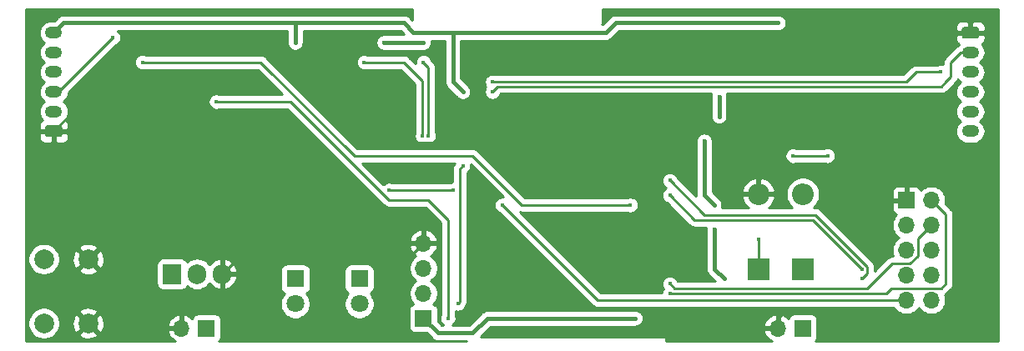
<source format=gbr>
G04 #@! TF.GenerationSoftware,KiCad,Pcbnew,(5.1.10)-1*
G04 #@! TF.CreationDate,2021-08-19T14:27:16+09:00*
G04 #@! TF.ProjectId,driver,64726976-6572-42e6-9b69-6361645f7063,rev?*
G04 #@! TF.SameCoordinates,Original*
G04 #@! TF.FileFunction,Copper,L2,Bot*
G04 #@! TF.FilePolarity,Positive*
%FSLAX46Y46*%
G04 Gerber Fmt 4.6, Leading zero omitted, Abs format (unit mm)*
G04 Created by KiCad (PCBNEW (5.1.10)-1) date 2021-08-19 14:27:16*
%MOMM*%
%LPD*%
G01*
G04 APERTURE LIST*
G04 #@! TA.AperFunction,ComponentPad*
%ADD10C,1.800000*%
G04 #@! TD*
G04 #@! TA.AperFunction,ComponentPad*
%ADD11R,1.800000X1.800000*%
G04 #@! TD*
G04 #@! TA.AperFunction,ComponentPad*
%ADD12R,2.200000X2.200000*%
G04 #@! TD*
G04 #@! TA.AperFunction,ComponentPad*
%ADD13O,2.200000X2.200000*%
G04 #@! TD*
G04 #@! TA.AperFunction,ComponentPad*
%ADD14O,1.700000X1.700000*%
G04 #@! TD*
G04 #@! TA.AperFunction,ComponentPad*
%ADD15R,1.700000X1.700000*%
G04 #@! TD*
G04 #@! TA.AperFunction,ComponentPad*
%ADD16O,1.750000X1.200000*%
G04 #@! TD*
G04 #@! TA.AperFunction,ComponentPad*
%ADD17R,1.905000X2.000000*%
G04 #@! TD*
G04 #@! TA.AperFunction,ComponentPad*
%ADD18O,1.905000X2.000000*%
G04 #@! TD*
G04 #@! TA.AperFunction,ComponentPad*
%ADD19C,2.000000*%
G04 #@! TD*
G04 #@! TA.AperFunction,ViaPad*
%ADD20C,0.400000*%
G04 #@! TD*
G04 #@! TA.AperFunction,Conductor*
%ADD21C,0.250000*%
G04 #@! TD*
G04 #@! TA.AperFunction,Conductor*
%ADD22C,0.400000*%
G04 #@! TD*
G04 #@! TA.AperFunction,Conductor*
%ADD23C,0.254000*%
G04 #@! TD*
G04 #@! TA.AperFunction,Conductor*
%ADD24C,0.100000*%
G04 #@! TD*
G04 APERTURE END LIST*
D10*
X28000000Y-30540000D03*
D11*
X28000000Y-28000000D03*
X34500000Y-28000000D03*
D10*
X34500000Y-30540000D03*
D12*
X79500000Y-27000000D03*
D13*
X79500000Y-19380000D03*
X75000000Y-19380000D03*
D12*
X75000000Y-27000000D03*
D14*
X16460000Y-33000000D03*
D15*
X19000000Y-33000000D03*
X79500000Y-33000000D03*
D14*
X76960000Y-33000000D03*
D15*
X41000000Y-32000000D03*
D14*
X41000000Y-29460000D03*
X41000000Y-26920000D03*
X41000000Y-24380000D03*
D16*
X3500000Y-3000000D03*
X3500000Y-5000000D03*
X3500000Y-7000000D03*
X3500000Y-9000000D03*
X3500000Y-11000000D03*
G04 #@! TA.AperFunction,ComponentPad*
G36*
G01*
X4125001Y-13600000D02*
X2874999Y-13600000D01*
G75*
G02*
X2625000Y-13350001I0J249999D01*
G01*
X2625000Y-12649999D01*
G75*
G02*
X2874999Y-12400000I249999J0D01*
G01*
X4125001Y-12400000D01*
G75*
G02*
X4375000Y-12649999I0J-249999D01*
G01*
X4375000Y-13350001D01*
G75*
G02*
X4125001Y-13600000I-249999J0D01*
G01*
G37*
G04 #@! TD.AperFunction*
G04 #@! TA.AperFunction,ComponentPad*
G36*
G01*
X95874999Y-2400000D02*
X97125001Y-2400000D01*
G75*
G02*
X97375000Y-2649999I0J-249999D01*
G01*
X97375000Y-3350001D01*
G75*
G02*
X97125001Y-3600000I-249999J0D01*
G01*
X95874999Y-3600000D01*
G75*
G02*
X95625000Y-3350001I0J249999D01*
G01*
X95625000Y-2649999D01*
G75*
G02*
X95874999Y-2400000I249999J0D01*
G01*
G37*
G04 #@! TD.AperFunction*
X96500000Y-5000000D03*
X96500000Y-7000000D03*
X96500000Y-9000000D03*
X96500000Y-11000000D03*
X96500000Y-13000000D03*
D15*
X90000000Y-20000000D03*
D14*
X92540000Y-20000000D03*
X90000000Y-22540000D03*
X92540000Y-22540000D03*
X90000000Y-25080000D03*
X92540000Y-25080000D03*
X90000000Y-27620000D03*
X92540000Y-27620000D03*
X90000000Y-30160000D03*
X92540000Y-30160000D03*
D17*
X15500000Y-27500000D03*
D18*
X18040000Y-27500000D03*
X20580000Y-27500000D03*
D19*
X2500000Y-26000000D03*
X7000000Y-26000000D03*
X2500000Y-32500000D03*
X7000000Y-32500000D03*
D20*
X85000000Y-6500000D03*
X79000000Y-11500000D03*
X79200000Y-9300000D03*
X60500000Y-3500000D03*
X60500000Y-6000000D03*
X58000000Y-11500000D03*
X58500000Y-9500000D03*
X22500000Y-8500000D03*
X15000000Y-8500000D03*
X22500000Y-22000000D03*
X38500000Y-26500000D03*
X38500000Y-14000000D03*
X50500000Y-12000000D03*
X39000000Y-16500000D03*
X37500000Y-18000000D03*
X61000000Y-13000000D03*
X26500000Y-6500000D03*
X29000000Y-6500000D03*
X47000000Y-12000000D03*
X67500000Y-17000000D03*
X68500000Y-23500000D03*
X68500000Y-28000000D03*
X86500000Y-24000000D03*
X22000000Y-4000000D03*
X46500000Y-6000000D03*
X46500000Y-9000000D03*
X42500000Y-8000000D03*
X31000000Y-29500000D03*
X77000000Y-2000000D03*
X28000000Y-4000000D03*
X45000000Y-9000000D03*
X37000000Y-4000000D03*
X41000000Y-4000000D03*
X71000000Y-11500000D03*
X71000000Y-9500000D03*
X69500000Y-14000000D03*
X70500000Y-20500000D03*
X70500000Y-23000000D03*
X71500000Y-28000000D03*
X62500000Y-32000000D03*
X44000000Y-19000000D03*
X37500000Y-19000000D03*
X75000000Y-24000000D03*
X9500000Y-3500000D03*
X48000000Y-8000000D03*
X93500000Y-7000000D03*
X48000000Y-9000000D03*
X66000000Y-29500000D03*
X66000000Y-28500000D03*
X85500000Y-27000000D03*
X66000000Y-19500000D03*
X82000000Y-15500000D03*
X78500000Y-15500000D03*
X49000000Y-20500000D03*
X85500000Y-28000000D03*
X66000000Y-18000000D03*
X44500000Y-30500000D03*
X45000000Y-16500000D03*
X41500000Y-13500000D03*
X41000000Y-6000000D03*
X20000000Y-10000000D03*
X43500000Y-32000000D03*
X40899997Y-13500000D03*
X35000000Y-6000000D03*
X12500000Y-6000000D03*
X62000000Y-20500000D03*
D21*
X85000000Y-6500000D02*
X88500000Y-3000000D01*
X79000000Y-9500000D02*
X79200000Y-9300000D01*
X79000000Y-11500000D02*
X79000000Y-9500000D01*
X79000000Y-11500000D02*
X81500000Y-11500000D01*
X75000000Y-15500000D02*
X79000000Y-11500000D01*
X75000000Y-19380000D02*
X75000000Y-15500000D01*
X60500000Y-3500000D02*
X60500000Y-6000000D01*
X58000000Y-10000000D02*
X58500000Y-9500000D01*
X58000000Y-11500000D02*
X58000000Y-10000000D01*
X22500000Y-8500000D02*
X15000000Y-8500000D01*
X8000000Y-8500000D02*
X3500000Y-13000000D01*
X15000000Y-8500000D02*
X8000000Y-8500000D01*
X22500000Y-25580000D02*
X20580000Y-27500000D01*
X22500000Y-22000000D02*
X22500000Y-25580000D01*
X38880000Y-26500000D02*
X41000000Y-24380000D01*
X38500000Y-26500000D02*
X38880000Y-26500000D01*
X38699999Y-14199999D02*
X45800001Y-14199999D01*
X38500000Y-14000000D02*
X38699999Y-14199999D01*
X45800001Y-14199999D02*
X48000000Y-12000000D01*
X48000000Y-12000000D02*
X50500000Y-12000000D01*
X39000000Y-16500000D02*
X37500000Y-18000000D01*
X59500000Y-11500000D02*
X58000000Y-11500000D01*
X61000000Y-13000000D02*
X59500000Y-11500000D01*
X26500000Y-6500000D02*
X29000000Y-6500000D01*
X90000000Y-18500000D02*
X90000000Y-20000000D01*
X90500000Y-18000000D02*
X90000000Y-18500000D01*
X94000000Y-18000000D02*
X90500000Y-18000000D01*
X96000000Y-20000000D02*
X94000000Y-18000000D01*
X96000000Y-30000000D02*
X96000000Y-20000000D01*
X93500000Y-32500000D02*
X96000000Y-30000000D01*
X88500000Y-32500000D02*
X93500000Y-32500000D01*
X87000000Y-31000000D02*
X88500000Y-32500000D01*
X78000000Y-31000000D02*
X87000000Y-31000000D01*
X76960000Y-32040000D02*
X78000000Y-31000000D01*
X76960000Y-33000000D02*
X76960000Y-32040000D01*
X88500000Y-18500000D02*
X87500000Y-17500000D01*
X90000000Y-18500000D02*
X88500000Y-18500000D01*
X81500000Y-11500000D02*
X87500000Y-17500000D01*
X88500000Y-3000000D02*
X96500000Y-3000000D01*
D22*
X3500000Y-3000000D02*
X4500000Y-2000000D01*
X28000000Y-4000000D02*
X28000000Y-2000000D01*
X4500000Y-2000000D02*
X28000000Y-2000000D01*
X38500000Y-2000000D02*
X39000000Y-2000000D01*
X28000000Y-2000000D02*
X38500000Y-2000000D01*
X39000000Y-2000000D02*
X40000000Y-3000000D01*
X59500000Y-3000000D02*
X60500000Y-2000000D01*
X60500000Y-2000000D02*
X77000000Y-2000000D01*
X44000000Y-7000000D02*
X44000000Y-3000000D01*
X44000000Y-3000000D02*
X59500000Y-3000000D01*
X40000000Y-3000000D02*
X44000000Y-3000000D01*
X44000000Y-7000000D02*
X44000000Y-8000000D01*
X44000000Y-8000000D02*
X45000000Y-9000000D01*
X37000000Y-4000000D02*
X41000000Y-4000000D01*
X71000000Y-11500000D02*
X71000000Y-9500000D01*
X69500000Y-14000000D02*
X69500000Y-19500000D01*
X69500000Y-19500000D02*
X70500000Y-20500000D01*
X70500000Y-27000000D02*
X71500000Y-28000000D01*
X70500000Y-23000000D02*
X70500000Y-27000000D01*
X41000000Y-32000000D02*
X42500000Y-33500000D01*
X42500000Y-33500000D02*
X45500000Y-33500000D01*
X45500000Y-33500000D02*
X46000000Y-33500000D01*
X47500000Y-32000000D02*
X62500000Y-32000000D01*
X46000000Y-33500000D02*
X47500000Y-32000000D01*
D21*
X39500000Y-19000000D02*
X37500000Y-19000000D01*
X44000000Y-19000000D02*
X39500000Y-19000000D01*
X75000000Y-24000000D02*
X75000000Y-27000000D01*
X4000000Y-9000000D02*
X3500000Y-9000000D01*
X9500000Y-3500000D02*
X4000000Y-9000000D01*
X48000000Y-8000000D02*
X90000000Y-8000000D01*
X90000000Y-8000000D02*
X91000000Y-7000000D01*
X91500000Y-7000000D02*
X93500000Y-7000000D01*
X91000000Y-7000000D02*
X91500000Y-7000000D01*
X95500000Y-5000000D02*
X96500000Y-5000000D01*
X94500000Y-7500000D02*
X94500000Y-6000000D01*
X94000000Y-8000000D02*
X94500000Y-7500000D01*
X48000000Y-9000000D02*
X48549990Y-8450010D01*
X48549990Y-8450010D02*
X93549990Y-8450010D01*
X93549990Y-8450010D02*
X94000000Y-8000000D01*
X94500000Y-6000000D02*
X95500000Y-5000000D01*
X94000000Y-28500000D02*
X94000000Y-21460000D01*
X94000000Y-21460000D02*
X92540000Y-20000000D01*
X93515001Y-28984999D02*
X94000000Y-28500000D01*
X89435999Y-28984999D02*
X93515001Y-28984999D01*
X88500000Y-29000000D02*
X89420998Y-29000000D01*
X88000000Y-29500000D02*
X88500000Y-29000000D01*
X89420998Y-29000000D02*
X89435999Y-28984999D01*
X66000000Y-29500000D02*
X88000000Y-29500000D01*
X91175001Y-23904999D02*
X92540000Y-22540000D01*
X91175001Y-25644001D02*
X91175001Y-23904999D01*
X90374003Y-26444999D02*
X91175001Y-25644001D01*
X88555001Y-26444999D02*
X90374003Y-26444999D01*
X86000000Y-29000000D02*
X88555001Y-26444999D01*
X66500000Y-29000000D02*
X86000000Y-29000000D01*
X66000000Y-28500000D02*
X66500000Y-29000000D01*
X85500000Y-27000000D02*
X80500000Y-22000000D01*
X68500000Y-22000000D02*
X66000000Y-19500000D01*
X80500000Y-22000000D02*
X68500000Y-22000000D01*
X82000000Y-15500000D02*
X78500000Y-15500000D01*
X58660000Y-30160000D02*
X90000000Y-30160000D01*
X49000000Y-20500000D02*
X58660000Y-30160000D01*
X86025001Y-26747999D02*
X80777002Y-21500000D01*
X86025001Y-27474999D02*
X86025001Y-26747999D01*
X85500000Y-28000000D02*
X86025001Y-27474999D01*
X69500000Y-21500000D02*
X66000000Y-18000000D01*
X80777002Y-21500000D02*
X69500000Y-21500000D01*
X44699999Y-16800001D02*
X45000000Y-16500000D01*
X44699999Y-30300001D02*
X44699999Y-16800001D01*
X44500000Y-30500000D02*
X44699999Y-30300001D01*
X41500000Y-6500000D02*
X41000000Y-6000000D01*
X41500000Y-13500000D02*
X41500000Y-6500000D01*
X20000000Y-10000000D02*
X27500000Y-10000000D01*
X27500000Y-10000000D02*
X37500000Y-20000000D01*
X37500000Y-20000000D02*
X41500000Y-20000000D01*
X43500000Y-22000000D02*
X43500000Y-32000000D01*
X41500000Y-20000000D02*
X43500000Y-22000000D01*
X40899997Y-13500000D02*
X40899997Y-7899997D01*
X39000000Y-6000000D02*
X35000000Y-6000000D01*
X40899997Y-7899997D02*
X39000000Y-6000000D01*
X12500000Y-6000000D02*
X24500000Y-6000000D01*
X24500000Y-6000000D02*
X34000000Y-15500000D01*
X34000000Y-15500000D02*
X44777002Y-15500000D01*
X44777002Y-15500000D02*
X46000000Y-15500000D01*
X51000000Y-20500000D02*
X62000000Y-20500000D01*
X46000000Y-15500000D02*
X51000000Y-20500000D01*
D23*
X39848001Y-1678447D02*
X39613505Y-1443952D01*
X39587606Y-1412394D01*
X39461679Y-1309048D01*
X39318010Y-1232255D01*
X39162120Y-1184966D01*
X39040624Y-1173000D01*
X39040614Y-1173000D01*
X39000000Y-1169000D01*
X38959386Y-1173000D01*
X28040624Y-1173000D01*
X28000000Y-1168999D01*
X27959376Y-1173000D01*
X4540614Y-1173000D01*
X4500000Y-1169000D01*
X4459386Y-1173000D01*
X4459376Y-1173000D01*
X4337880Y-1184966D01*
X4229278Y-1217910D01*
X4181989Y-1232255D01*
X4038320Y-1309048D01*
X3943948Y-1386497D01*
X3943941Y-1386504D01*
X3912394Y-1412394D01*
X3886503Y-1443942D01*
X3557446Y-1773000D01*
X3164732Y-1773000D01*
X2984466Y-1790755D01*
X2753176Y-1860916D01*
X2540017Y-1974851D01*
X2353183Y-2128183D01*
X2199851Y-2315017D01*
X2085916Y-2528176D01*
X2015755Y-2759466D01*
X1992064Y-3000000D01*
X2015755Y-3240534D01*
X2085916Y-3471824D01*
X2199851Y-3684983D01*
X2353183Y-3871817D01*
X2509373Y-4000000D01*
X2353183Y-4128183D01*
X2199851Y-4315017D01*
X2085916Y-4528176D01*
X2015755Y-4759466D01*
X1992064Y-5000000D01*
X2015755Y-5240534D01*
X2085916Y-5471824D01*
X2199851Y-5684983D01*
X2353183Y-5871817D01*
X2509373Y-6000000D01*
X2353183Y-6128183D01*
X2199851Y-6315017D01*
X2085916Y-6528176D01*
X2015755Y-6759466D01*
X1992064Y-7000000D01*
X2015755Y-7240534D01*
X2085916Y-7471824D01*
X2199851Y-7684983D01*
X2353183Y-7871817D01*
X2509373Y-8000000D01*
X2353183Y-8128183D01*
X2199851Y-8315017D01*
X2085916Y-8528176D01*
X2015755Y-8759466D01*
X1992064Y-9000000D01*
X2015755Y-9240534D01*
X2085916Y-9471824D01*
X2199851Y-9684983D01*
X2353183Y-9871817D01*
X2509373Y-10000000D01*
X2353183Y-10128183D01*
X2199851Y-10315017D01*
X2085916Y-10528176D01*
X2015755Y-10759466D01*
X1992064Y-11000000D01*
X2015755Y-11240534D01*
X2085916Y-11471824D01*
X2199851Y-11684983D01*
X2331805Y-11845768D01*
X2274972Y-11876146D01*
X2179499Y-11954499D01*
X2101146Y-12049972D01*
X2042924Y-12158896D01*
X2007072Y-12277086D01*
X1994966Y-12400000D01*
X1998000Y-12716250D01*
X2154750Y-12873000D01*
X3373000Y-12873000D01*
X3373000Y-12853000D01*
X3627000Y-12853000D01*
X3627000Y-12873000D01*
X4845250Y-12873000D01*
X5002000Y-12716250D01*
X5005034Y-12400000D01*
X4992928Y-12277086D01*
X4957076Y-12158896D01*
X4898854Y-12049972D01*
X4820501Y-11954499D01*
X4725028Y-11876146D01*
X4668195Y-11845768D01*
X4800149Y-11684983D01*
X4914084Y-11471824D01*
X4984245Y-11240534D01*
X5007936Y-11000000D01*
X4984245Y-10759466D01*
X4914084Y-10528176D01*
X4800149Y-10315017D01*
X4646817Y-10128183D01*
X4490627Y-10000000D01*
X4646817Y-9871817D01*
X4800149Y-9684983D01*
X4914084Y-9471824D01*
X4984245Y-9240534D01*
X5001867Y-9061621D01*
X9787392Y-4276096D01*
X9891731Y-4232877D01*
X10027181Y-4142372D01*
X10142372Y-4027181D01*
X10232877Y-3891731D01*
X10295218Y-3741227D01*
X10327000Y-3581452D01*
X10327000Y-3418548D01*
X10295218Y-3258773D01*
X10232877Y-3108269D01*
X10142372Y-2972819D01*
X10027181Y-2857628D01*
X9981343Y-2827000D01*
X27173001Y-2827000D01*
X27173000Y-3918548D01*
X27173000Y-4081452D01*
X27180965Y-4121492D01*
X27184966Y-4162119D01*
X27196818Y-4201188D01*
X27204782Y-4241227D01*
X27220404Y-4278942D01*
X27232255Y-4318009D01*
X27251500Y-4354013D01*
X27267123Y-4391731D01*
X27289805Y-4425677D01*
X27309048Y-4461678D01*
X27334946Y-4493234D01*
X27357628Y-4527181D01*
X27386496Y-4556049D01*
X27412394Y-4587606D01*
X27443952Y-4613505D01*
X27472819Y-4642372D01*
X27506762Y-4665052D01*
X27538321Y-4690952D01*
X27574327Y-4710198D01*
X27608269Y-4732877D01*
X27645982Y-4748498D01*
X27681990Y-4767745D01*
X27721061Y-4779597D01*
X27758773Y-4795218D01*
X27798809Y-4803182D01*
X27837880Y-4815034D01*
X27878508Y-4819035D01*
X27918548Y-4827000D01*
X27959376Y-4827000D01*
X28000000Y-4831001D01*
X28040624Y-4827000D01*
X28081452Y-4827000D01*
X28121492Y-4819035D01*
X28162119Y-4815034D01*
X28201188Y-4803182D01*
X28241227Y-4795218D01*
X28278942Y-4779596D01*
X28318009Y-4767745D01*
X28354013Y-4748500D01*
X28391731Y-4732877D01*
X28425677Y-4710195D01*
X28461678Y-4690952D01*
X28493234Y-4665054D01*
X28527181Y-4642372D01*
X28556049Y-4613504D01*
X28587606Y-4587606D01*
X28613505Y-4556048D01*
X28642372Y-4527181D01*
X28665052Y-4493238D01*
X28690952Y-4461679D01*
X28710198Y-4425673D01*
X28732877Y-4391731D01*
X28748498Y-4354018D01*
X28767745Y-4318010D01*
X28779597Y-4278939D01*
X28795218Y-4241227D01*
X28803182Y-4201191D01*
X28815034Y-4162120D01*
X28819035Y-4121491D01*
X28827000Y-4081452D01*
X28827000Y-2827000D01*
X38657446Y-2827000D01*
X39003446Y-3173000D01*
X36918548Y-3173000D01*
X36878509Y-3180965D01*
X36837880Y-3184966D01*
X36798809Y-3196818D01*
X36758773Y-3204782D01*
X36721061Y-3220403D01*
X36681990Y-3232255D01*
X36645982Y-3251502D01*
X36608269Y-3267123D01*
X36574327Y-3289802D01*
X36538321Y-3309048D01*
X36506762Y-3334948D01*
X36472819Y-3357628D01*
X36443952Y-3386495D01*
X36412394Y-3412394D01*
X36386495Y-3443952D01*
X36357628Y-3472819D01*
X36334948Y-3506762D01*
X36309048Y-3538321D01*
X36289802Y-3574327D01*
X36267123Y-3608269D01*
X36251502Y-3645982D01*
X36232255Y-3681990D01*
X36220403Y-3721061D01*
X36204782Y-3758773D01*
X36196818Y-3798809D01*
X36184966Y-3837880D01*
X36180965Y-3878508D01*
X36173000Y-3918548D01*
X36173000Y-3959376D01*
X36168999Y-4000000D01*
X36173000Y-4040623D01*
X36173000Y-4081452D01*
X36180965Y-4121492D01*
X36184966Y-4162120D01*
X36196818Y-4201191D01*
X36204782Y-4241227D01*
X36220403Y-4278939D01*
X36232255Y-4318010D01*
X36251502Y-4354018D01*
X36267123Y-4391731D01*
X36289802Y-4425673D01*
X36309048Y-4461679D01*
X36334948Y-4493238D01*
X36357628Y-4527181D01*
X36386495Y-4556048D01*
X36412394Y-4587606D01*
X36443952Y-4613505D01*
X36472819Y-4642372D01*
X36506762Y-4665052D01*
X36538321Y-4690952D01*
X36574327Y-4710198D01*
X36608269Y-4732877D01*
X36645982Y-4748498D01*
X36681990Y-4767745D01*
X36721061Y-4779597D01*
X36758773Y-4795218D01*
X36798809Y-4803182D01*
X36837880Y-4815034D01*
X36878509Y-4819035D01*
X36918548Y-4827000D01*
X41081452Y-4827000D01*
X41121491Y-4819035D01*
X41162120Y-4815034D01*
X41201191Y-4803182D01*
X41241227Y-4795218D01*
X41278939Y-4779597D01*
X41318010Y-4767745D01*
X41354018Y-4748498D01*
X41391731Y-4732877D01*
X41425673Y-4710198D01*
X41461679Y-4690952D01*
X41493238Y-4665052D01*
X41527181Y-4642372D01*
X41556048Y-4613505D01*
X41587606Y-4587606D01*
X41613505Y-4556048D01*
X41642372Y-4527181D01*
X41665052Y-4493238D01*
X41690952Y-4461679D01*
X41710198Y-4425673D01*
X41732877Y-4391731D01*
X41748498Y-4354018D01*
X41767745Y-4318010D01*
X41779597Y-4278939D01*
X41795218Y-4241227D01*
X41803182Y-4201191D01*
X41815034Y-4162120D01*
X41819035Y-4121492D01*
X41827000Y-4081452D01*
X41827000Y-4040623D01*
X41831001Y-4000000D01*
X41827000Y-3959376D01*
X41827000Y-3918548D01*
X41819035Y-3878508D01*
X41815034Y-3837880D01*
X41811734Y-3827000D01*
X43173001Y-3827000D01*
X43173000Y-6959376D01*
X43173000Y-6959377D01*
X43173001Y-7959377D01*
X43169000Y-8000000D01*
X43184967Y-8162120D01*
X43232256Y-8318010D01*
X43309048Y-8461679D01*
X43386498Y-8556051D01*
X43412395Y-8587606D01*
X43443947Y-8613500D01*
X44443948Y-9613503D01*
X44443959Y-9613512D01*
X44472819Y-9642372D01*
X44506755Y-9665048D01*
X44538320Y-9690952D01*
X44574331Y-9710201D01*
X44608269Y-9732877D01*
X44645978Y-9748497D01*
X44681989Y-9767745D01*
X44721061Y-9779597D01*
X44758773Y-9795218D01*
X44798813Y-9803183D01*
X44837879Y-9815033D01*
X44878499Y-9819034D01*
X44918548Y-9827000D01*
X44959386Y-9827000D01*
X45000000Y-9831000D01*
X45040614Y-9827000D01*
X45081452Y-9827000D01*
X45121501Y-9819033D01*
X45162120Y-9815033D01*
X45201184Y-9803183D01*
X45241227Y-9795218D01*
X45278941Y-9779596D01*
X45318010Y-9767745D01*
X45354019Y-9748498D01*
X45391731Y-9732877D01*
X45425670Y-9710200D01*
X45461680Y-9690952D01*
X45493242Y-9665049D01*
X45527181Y-9642372D01*
X45556046Y-9613507D01*
X45587606Y-9587606D01*
X45613507Y-9556046D01*
X45642372Y-9527181D01*
X45665049Y-9493242D01*
X45690952Y-9461680D01*
X45710200Y-9425670D01*
X45732877Y-9391731D01*
X45748498Y-9354019D01*
X45767745Y-9318010D01*
X45779596Y-9278941D01*
X45795218Y-9241227D01*
X45803183Y-9201184D01*
X45815033Y-9162120D01*
X45819033Y-9121501D01*
X45827000Y-9081452D01*
X45827000Y-9040614D01*
X45831000Y-9000000D01*
X45827000Y-8959386D01*
X45827000Y-8918548D01*
X45819034Y-8878499D01*
X45815033Y-8837879D01*
X45803183Y-8798813D01*
X45795218Y-8758773D01*
X45779597Y-8721061D01*
X45767745Y-8681989D01*
X45748497Y-8645978D01*
X45732877Y-8608269D01*
X45710201Y-8574331D01*
X45690952Y-8538320D01*
X45665048Y-8506755D01*
X45642372Y-8472819D01*
X45613512Y-8443959D01*
X45613503Y-8443948D01*
X45088103Y-7918548D01*
X47173000Y-7918548D01*
X47173000Y-8081452D01*
X47204782Y-8241227D01*
X47267123Y-8391731D01*
X47339466Y-8500000D01*
X47267123Y-8608269D01*
X47204782Y-8758773D01*
X47173000Y-8918548D01*
X47173000Y-9081452D01*
X47204782Y-9241227D01*
X47267123Y-9391731D01*
X47357628Y-9527181D01*
X47472819Y-9642372D01*
X47608269Y-9732877D01*
X47758773Y-9795218D01*
X47918548Y-9827000D01*
X48081452Y-9827000D01*
X48241227Y-9795218D01*
X48391731Y-9732877D01*
X48527181Y-9642372D01*
X48642372Y-9527181D01*
X48732877Y-9391731D01*
X48776095Y-9287393D01*
X48861479Y-9202010D01*
X70226183Y-9202010D01*
X70220407Y-9221052D01*
X70204782Y-9258773D01*
X70196816Y-9298818D01*
X70184967Y-9337880D01*
X70180967Y-9378499D01*
X70173000Y-9418548D01*
X70173000Y-9581452D01*
X70173001Y-9581457D01*
X70173000Y-11418548D01*
X70173000Y-11581452D01*
X70180965Y-11621492D01*
X70184966Y-11662119D01*
X70196818Y-11701188D01*
X70204782Y-11741227D01*
X70220404Y-11778942D01*
X70232255Y-11818009D01*
X70251500Y-11854013D01*
X70267123Y-11891731D01*
X70289805Y-11925677D01*
X70309048Y-11961678D01*
X70334946Y-11993234D01*
X70357628Y-12027181D01*
X70386496Y-12056049D01*
X70412394Y-12087606D01*
X70443952Y-12113505D01*
X70472819Y-12142372D01*
X70506762Y-12165052D01*
X70538321Y-12190952D01*
X70574327Y-12210198D01*
X70608269Y-12232877D01*
X70645982Y-12248498D01*
X70681990Y-12267745D01*
X70721061Y-12279597D01*
X70758773Y-12295218D01*
X70798809Y-12303182D01*
X70837880Y-12315034D01*
X70878508Y-12319035D01*
X70918548Y-12327000D01*
X70959376Y-12327000D01*
X71000000Y-12331001D01*
X71040624Y-12327000D01*
X71081452Y-12327000D01*
X71121492Y-12319035D01*
X71162119Y-12315034D01*
X71201188Y-12303182D01*
X71241227Y-12295218D01*
X71278942Y-12279596D01*
X71318009Y-12267745D01*
X71354013Y-12248500D01*
X71391731Y-12232877D01*
X71425677Y-12210195D01*
X71461678Y-12190952D01*
X71493234Y-12165054D01*
X71527181Y-12142372D01*
X71556049Y-12113504D01*
X71587606Y-12087606D01*
X71613505Y-12056048D01*
X71642372Y-12027181D01*
X71665052Y-11993238D01*
X71690952Y-11961679D01*
X71710198Y-11925673D01*
X71732877Y-11891731D01*
X71748498Y-11854018D01*
X71767745Y-11818010D01*
X71779597Y-11778939D01*
X71795218Y-11741227D01*
X71803182Y-11701191D01*
X71815034Y-11662120D01*
X71819035Y-11621491D01*
X71827000Y-11581452D01*
X71827000Y-9418548D01*
X71819035Y-9378509D01*
X71815034Y-9337880D01*
X71803182Y-9298809D01*
X71795218Y-9258773D01*
X71779597Y-9221061D01*
X71773818Y-9202010D01*
X93513055Y-9202010D01*
X93549990Y-9205648D01*
X93586925Y-9202010D01*
X93586928Y-9202010D01*
X93697408Y-9191129D01*
X93839160Y-9148128D01*
X93969800Y-9078300D01*
X94084307Y-8984327D01*
X94107857Y-8955631D01*
X95005622Y-8057866D01*
X95034317Y-8034317D01*
X95128290Y-7919810D01*
X95198118Y-7789170D01*
X95221662Y-7711559D01*
X95353183Y-7871817D01*
X95509373Y-8000000D01*
X95353183Y-8128183D01*
X95199851Y-8315017D01*
X95085916Y-8528176D01*
X95015755Y-8759466D01*
X94992064Y-9000000D01*
X95015755Y-9240534D01*
X95085916Y-9471824D01*
X95199851Y-9684983D01*
X95353183Y-9871817D01*
X95509373Y-10000000D01*
X95353183Y-10128183D01*
X95199851Y-10315017D01*
X95085916Y-10528176D01*
X95015755Y-10759466D01*
X94992064Y-11000000D01*
X95015755Y-11240534D01*
X95085916Y-11471824D01*
X95199851Y-11684983D01*
X95353183Y-11871817D01*
X95509373Y-12000000D01*
X95353183Y-12128183D01*
X95199851Y-12315017D01*
X95085916Y-12528176D01*
X95015755Y-12759466D01*
X94992064Y-13000000D01*
X95015755Y-13240534D01*
X95085916Y-13471824D01*
X95199851Y-13684983D01*
X95353183Y-13871817D01*
X95540017Y-14025149D01*
X95753176Y-14139084D01*
X95984466Y-14209245D01*
X96164732Y-14227000D01*
X96835268Y-14227000D01*
X97015534Y-14209245D01*
X97246824Y-14139084D01*
X97459983Y-14025149D01*
X97646817Y-13871817D01*
X97800149Y-13684983D01*
X97914084Y-13471824D01*
X97984245Y-13240534D01*
X98007936Y-13000000D01*
X97984245Y-12759466D01*
X97914084Y-12528176D01*
X97800149Y-12315017D01*
X97646817Y-12128183D01*
X97490627Y-12000000D01*
X97646817Y-11871817D01*
X97800149Y-11684983D01*
X97914084Y-11471824D01*
X97984245Y-11240534D01*
X98007936Y-11000000D01*
X97984245Y-10759466D01*
X97914084Y-10528176D01*
X97800149Y-10315017D01*
X97646817Y-10128183D01*
X97490627Y-10000000D01*
X97646817Y-9871817D01*
X97800149Y-9684983D01*
X97914084Y-9471824D01*
X97984245Y-9240534D01*
X98007936Y-9000000D01*
X97984245Y-8759466D01*
X97914084Y-8528176D01*
X97800149Y-8315017D01*
X97646817Y-8128183D01*
X97490627Y-8000000D01*
X97646817Y-7871817D01*
X97800149Y-7684983D01*
X97914084Y-7471824D01*
X97984245Y-7240534D01*
X98007936Y-7000000D01*
X97984245Y-6759466D01*
X97914084Y-6528176D01*
X97800149Y-6315017D01*
X97646817Y-6128183D01*
X97490627Y-6000000D01*
X97646817Y-5871817D01*
X97800149Y-5684983D01*
X97914084Y-5471824D01*
X97984245Y-5240534D01*
X98007936Y-5000000D01*
X97984245Y-4759466D01*
X97914084Y-4528176D01*
X97800149Y-4315017D01*
X97668195Y-4154232D01*
X97725028Y-4123854D01*
X97820501Y-4045501D01*
X97898854Y-3950028D01*
X97957076Y-3841104D01*
X97992928Y-3722914D01*
X98005034Y-3600000D01*
X98002000Y-3283750D01*
X97845250Y-3127000D01*
X96627000Y-3127000D01*
X96627000Y-3147000D01*
X96373000Y-3147000D01*
X96373000Y-3127000D01*
X95154750Y-3127000D01*
X94998000Y-3283750D01*
X94994966Y-3600000D01*
X95007072Y-3722914D01*
X95042924Y-3841104D01*
X95101146Y-3950028D01*
X95179499Y-4045501D01*
X95274972Y-4123854D01*
X95331805Y-4154232D01*
X95210475Y-4302072D01*
X95080190Y-4371710D01*
X94965683Y-4465683D01*
X94942133Y-4494379D01*
X93994375Y-5442137D01*
X93965684Y-5465683D01*
X93942138Y-5494374D01*
X93942137Y-5494375D01*
X93871710Y-5580190D01*
X93801882Y-5710831D01*
X93758882Y-5852583D01*
X93744362Y-6000000D01*
X93748001Y-6036945D01*
X93748001Y-6207588D01*
X93741227Y-6204782D01*
X93581452Y-6173000D01*
X93418548Y-6173000D01*
X93258773Y-6204782D01*
X93154436Y-6248000D01*
X91036935Y-6248000D01*
X91000000Y-6244362D01*
X90963064Y-6248000D01*
X90963062Y-6248000D01*
X90852582Y-6258881D01*
X90710830Y-6301882D01*
X90580190Y-6371710D01*
X90465683Y-6465683D01*
X90442133Y-6494379D01*
X89688512Y-7248000D01*
X48345564Y-7248000D01*
X48241227Y-7204782D01*
X48081452Y-7173000D01*
X47918548Y-7173000D01*
X47758773Y-7204782D01*
X47608269Y-7267123D01*
X47472819Y-7357628D01*
X47357628Y-7472819D01*
X47267123Y-7608269D01*
X47204782Y-7758773D01*
X47173000Y-7918548D01*
X45088103Y-7918548D01*
X44827000Y-7657446D01*
X44827000Y-3827000D01*
X59459386Y-3827000D01*
X59500000Y-3831000D01*
X59540614Y-3827000D01*
X59540624Y-3827000D01*
X59662120Y-3815034D01*
X59818010Y-3767745D01*
X59961679Y-3690952D01*
X60087606Y-3587606D01*
X60113505Y-3556048D01*
X60842554Y-2827000D01*
X77081452Y-2827000D01*
X77121491Y-2819035D01*
X77162120Y-2815034D01*
X77201191Y-2803182D01*
X77241227Y-2795218D01*
X77278939Y-2779597D01*
X77318010Y-2767745D01*
X77354018Y-2748498D01*
X77391731Y-2732877D01*
X77425673Y-2710198D01*
X77461679Y-2690952D01*
X77493238Y-2665052D01*
X77527181Y-2642372D01*
X77556048Y-2613505D01*
X77587606Y-2587606D01*
X77613505Y-2556048D01*
X77642372Y-2527181D01*
X77665052Y-2493238D01*
X77690952Y-2461679D01*
X77710198Y-2425673D01*
X77727351Y-2400000D01*
X94994966Y-2400000D01*
X94998000Y-2716250D01*
X95154750Y-2873000D01*
X96373000Y-2873000D01*
X96373000Y-1929750D01*
X96627000Y-1929750D01*
X96627000Y-2873000D01*
X97845250Y-2873000D01*
X98002000Y-2716250D01*
X98005034Y-2400000D01*
X97992928Y-2277086D01*
X97957076Y-2158896D01*
X97898854Y-2049972D01*
X97820501Y-1954499D01*
X97725028Y-1876146D01*
X97616104Y-1817924D01*
X97497914Y-1782072D01*
X97375000Y-1769966D01*
X96783750Y-1773000D01*
X96627000Y-1929750D01*
X96373000Y-1929750D01*
X96216250Y-1773000D01*
X95625000Y-1769966D01*
X95502086Y-1782072D01*
X95383896Y-1817924D01*
X95274972Y-1876146D01*
X95179499Y-1954499D01*
X95101146Y-2049972D01*
X95042924Y-2158896D01*
X95007072Y-2277086D01*
X94994966Y-2400000D01*
X77727351Y-2400000D01*
X77732877Y-2391731D01*
X77748498Y-2354018D01*
X77767745Y-2318010D01*
X77779597Y-2278939D01*
X77795218Y-2241227D01*
X77803182Y-2201191D01*
X77815034Y-2162120D01*
X77819035Y-2121492D01*
X77827000Y-2081452D01*
X77827000Y-2040624D01*
X77831001Y-2000000D01*
X77827000Y-1959376D01*
X77827000Y-1918548D01*
X77819035Y-1878508D01*
X77815034Y-1837880D01*
X77803182Y-1798809D01*
X77795218Y-1758773D01*
X77779597Y-1721061D01*
X77767745Y-1681990D01*
X77748498Y-1645982D01*
X77732877Y-1608269D01*
X77710198Y-1574327D01*
X77690952Y-1538321D01*
X77665052Y-1506762D01*
X77642372Y-1472819D01*
X77613505Y-1443952D01*
X77587606Y-1412394D01*
X77556048Y-1386495D01*
X77527181Y-1357628D01*
X77493238Y-1334948D01*
X77461679Y-1309048D01*
X77425673Y-1289802D01*
X77391731Y-1267123D01*
X77354018Y-1251502D01*
X77318010Y-1232255D01*
X77278939Y-1220403D01*
X77241227Y-1204782D01*
X77201191Y-1196818D01*
X77162120Y-1184966D01*
X77121491Y-1180965D01*
X77081452Y-1173000D01*
X60540614Y-1173000D01*
X60500000Y-1169000D01*
X60459386Y-1173000D01*
X60459376Y-1173000D01*
X60337880Y-1184966D01*
X60229278Y-1217910D01*
X60181989Y-1232255D01*
X60038320Y-1309048D01*
X59943948Y-1386497D01*
X59943941Y-1386504D01*
X59912394Y-1412394D01*
X59886503Y-1443942D01*
X59157446Y-2173000D01*
X59128858Y-2173000D01*
X59142565Y-2127814D01*
X59155154Y-2000000D01*
X59152000Y-1967978D01*
X59152000Y-652000D01*
X99348000Y-652000D01*
X99348001Y-34348000D01*
X80731530Y-34348000D01*
X80795501Y-34295501D01*
X80873853Y-34200028D01*
X80932075Y-34091103D01*
X80967927Y-33972913D01*
X80980033Y-33850000D01*
X80980033Y-32150000D01*
X80967927Y-32027087D01*
X80932075Y-31908897D01*
X80873853Y-31799972D01*
X80795501Y-31704499D01*
X80700028Y-31626147D01*
X80591103Y-31567925D01*
X80472913Y-31532073D01*
X80350000Y-31519967D01*
X78650000Y-31519967D01*
X78527087Y-31532073D01*
X78408897Y-31567925D01*
X78299972Y-31626147D01*
X78204499Y-31704499D01*
X78126147Y-31799972D01*
X78067925Y-31908897D01*
X78039589Y-32002311D01*
X77954374Y-31907862D01*
X77722202Y-31734854D01*
X77460739Y-31610465D01*
X77315634Y-31566454D01*
X77087000Y-31685873D01*
X77087000Y-32873000D01*
X77107000Y-32873000D01*
X77107000Y-33127000D01*
X77087000Y-33127000D01*
X77087000Y-33147000D01*
X76833000Y-33147000D01*
X76833000Y-33127000D01*
X75645215Y-33127000D01*
X75526449Y-33355635D01*
X75623375Y-33628473D01*
X75771667Y-33877160D01*
X75965626Y-34092138D01*
X76197798Y-34265146D01*
X76371955Y-34348000D01*
X65627000Y-34348000D01*
X65627000Y-34000000D01*
X65624560Y-33975224D01*
X65617333Y-33951399D01*
X65605597Y-33929443D01*
X65589803Y-33910197D01*
X65570557Y-33894403D01*
X65548601Y-33882667D01*
X65524776Y-33875440D01*
X65500000Y-33873000D01*
X46796553Y-33873000D01*
X47842555Y-32827000D01*
X62581452Y-32827000D01*
X62621491Y-32819035D01*
X62662120Y-32815034D01*
X62701191Y-32803182D01*
X62741227Y-32795218D01*
X62778939Y-32779597D01*
X62818010Y-32767745D01*
X62854018Y-32748498D01*
X62891731Y-32732877D01*
X62925673Y-32710198D01*
X62961679Y-32690952D01*
X62993238Y-32665052D01*
X63024198Y-32644365D01*
X75526449Y-32644365D01*
X75645215Y-32873000D01*
X76833000Y-32873000D01*
X76833000Y-31685873D01*
X76604366Y-31566454D01*
X76459261Y-31610465D01*
X76197798Y-31734854D01*
X75965626Y-31907862D01*
X75771667Y-32122840D01*
X75623375Y-32371527D01*
X75526449Y-32644365D01*
X63024198Y-32644365D01*
X63027181Y-32642372D01*
X63056048Y-32613505D01*
X63087606Y-32587606D01*
X63113505Y-32556048D01*
X63142372Y-32527181D01*
X63165052Y-32493238D01*
X63190952Y-32461679D01*
X63210198Y-32425673D01*
X63232877Y-32391731D01*
X63248498Y-32354018D01*
X63267745Y-32318010D01*
X63279597Y-32278939D01*
X63295218Y-32241227D01*
X63303182Y-32201191D01*
X63315034Y-32162120D01*
X63319035Y-32121492D01*
X63327000Y-32081452D01*
X63327000Y-32040624D01*
X63331001Y-32000000D01*
X63327000Y-31959376D01*
X63327000Y-31918548D01*
X63319035Y-31878508D01*
X63315034Y-31837880D01*
X63303182Y-31798809D01*
X63295218Y-31758773D01*
X63279597Y-31721061D01*
X63267745Y-31681990D01*
X63248498Y-31645982D01*
X63232877Y-31608269D01*
X63210198Y-31574327D01*
X63190952Y-31538321D01*
X63165052Y-31506762D01*
X63142372Y-31472819D01*
X63113505Y-31443952D01*
X63087606Y-31412394D01*
X63056048Y-31386495D01*
X63027181Y-31357628D01*
X62993238Y-31334948D01*
X62961679Y-31309048D01*
X62925673Y-31289802D01*
X62891731Y-31267123D01*
X62854018Y-31251502D01*
X62818010Y-31232255D01*
X62778939Y-31220403D01*
X62741227Y-31204782D01*
X62701191Y-31196818D01*
X62662120Y-31184966D01*
X62621491Y-31180965D01*
X62581452Y-31173000D01*
X47540610Y-31173000D01*
X47499999Y-31169000D01*
X47459388Y-31173000D01*
X47459376Y-31173000D01*
X47337880Y-31184966D01*
X47181990Y-31232255D01*
X47165409Y-31241118D01*
X47038319Y-31309049D01*
X46943947Y-31386498D01*
X46943941Y-31386504D01*
X46912394Y-31412394D01*
X46886503Y-31443942D01*
X45657447Y-32673000D01*
X43981343Y-32673000D01*
X44027181Y-32642372D01*
X44142372Y-32527181D01*
X44232877Y-32391731D01*
X44295218Y-32241227D01*
X44327000Y-32081452D01*
X44327000Y-31918548D01*
X44295218Y-31758773D01*
X44252000Y-31654436D01*
X44252000Y-31292413D01*
X44258773Y-31295218D01*
X44418548Y-31327000D01*
X44581452Y-31327000D01*
X44741227Y-31295218D01*
X44891731Y-31232877D01*
X45027181Y-31142372D01*
X45142372Y-31027181D01*
X45232877Y-30891731D01*
X45279427Y-30779350D01*
X45328289Y-30719811D01*
X45398117Y-30589171D01*
X45441118Y-30447419D01*
X45451999Y-30336939D01*
X45451999Y-30336937D01*
X45455637Y-30300002D01*
X45451999Y-30263066D01*
X45451999Y-17192607D01*
X45527181Y-17142372D01*
X45642372Y-17027181D01*
X45732877Y-16891731D01*
X45795218Y-16741227D01*
X45827000Y-16581452D01*
X45827000Y-16418548D01*
X45820032Y-16383521D01*
X49116479Y-19679967D01*
X49081452Y-19673000D01*
X48918548Y-19673000D01*
X48758773Y-19704782D01*
X48608269Y-19767123D01*
X48472819Y-19857628D01*
X48357628Y-19972819D01*
X48267123Y-20108269D01*
X48204782Y-20258773D01*
X48173000Y-20418548D01*
X48173000Y-20581452D01*
X48204782Y-20741227D01*
X48267123Y-20891731D01*
X48357628Y-21027181D01*
X48472819Y-21142372D01*
X48608269Y-21232877D01*
X48712608Y-21276096D01*
X58102137Y-30665626D01*
X58125683Y-30694317D01*
X58154374Y-30717863D01*
X58240189Y-30788290D01*
X58326303Y-30834318D01*
X58370830Y-30858118D01*
X58512582Y-30901119D01*
X58623062Y-30912000D01*
X58623064Y-30912000D01*
X58659999Y-30915638D01*
X58696935Y-30912000D01*
X88726097Y-30912000D01*
X88852739Y-31101533D01*
X89058467Y-31307261D01*
X89300378Y-31468901D01*
X89569175Y-31580240D01*
X89854528Y-31637000D01*
X90145472Y-31637000D01*
X90430825Y-31580240D01*
X90699622Y-31468901D01*
X90941533Y-31307261D01*
X91147261Y-31101533D01*
X91270000Y-30917841D01*
X91392739Y-31101533D01*
X91598467Y-31307261D01*
X91840378Y-31468901D01*
X92109175Y-31580240D01*
X92394528Y-31637000D01*
X92685472Y-31637000D01*
X92970825Y-31580240D01*
X93239622Y-31468901D01*
X93481533Y-31307261D01*
X93687261Y-31101533D01*
X93848901Y-30859622D01*
X93960240Y-30590825D01*
X94017000Y-30305472D01*
X94017000Y-30014528D01*
X93960240Y-29729175D01*
X93916330Y-29623167D01*
X93934811Y-29613289D01*
X94049318Y-29519316D01*
X94072868Y-29490620D01*
X94505622Y-29057866D01*
X94534317Y-29034317D01*
X94607206Y-28945501D01*
X94628290Y-28919811D01*
X94672242Y-28837581D01*
X94698118Y-28789170D01*
X94741119Y-28647418D01*
X94752000Y-28536938D01*
X94752000Y-28536936D01*
X94755638Y-28500001D01*
X94752000Y-28463065D01*
X94752000Y-21496935D01*
X94755638Y-21460000D01*
X94751722Y-21420240D01*
X94741119Y-21312582D01*
X94698118Y-21170830D01*
X94628290Y-21040190D01*
X94534317Y-20925683D01*
X94505626Y-20902137D01*
X93972530Y-20369041D01*
X94017000Y-20145472D01*
X94017000Y-19854528D01*
X93960240Y-19569175D01*
X93848901Y-19300378D01*
X93687261Y-19058467D01*
X93481533Y-18852739D01*
X93239622Y-18691099D01*
X92970825Y-18579760D01*
X92685472Y-18523000D01*
X92394528Y-18523000D01*
X92109175Y-18579760D01*
X91840378Y-18691099D01*
X91598467Y-18852739D01*
X91457732Y-18993474D01*
X91432076Y-18908896D01*
X91373854Y-18799972D01*
X91295501Y-18704499D01*
X91200028Y-18626146D01*
X91091104Y-18567924D01*
X90972914Y-18532072D01*
X90850000Y-18519966D01*
X90283750Y-18523000D01*
X90127000Y-18679750D01*
X90127000Y-19873000D01*
X90147000Y-19873000D01*
X90147000Y-20127000D01*
X90127000Y-20127000D01*
X90127000Y-20147000D01*
X89873000Y-20147000D01*
X89873000Y-20127000D01*
X88679750Y-20127000D01*
X88523000Y-20283750D01*
X88519966Y-20850000D01*
X88532072Y-20972914D01*
X88567924Y-21091104D01*
X88626146Y-21200028D01*
X88704499Y-21295501D01*
X88799972Y-21373854D01*
X88908896Y-21432076D01*
X88993474Y-21457732D01*
X88852739Y-21598467D01*
X88691099Y-21840378D01*
X88579760Y-22109175D01*
X88523000Y-22394528D01*
X88523000Y-22685472D01*
X88579760Y-22970825D01*
X88691099Y-23239622D01*
X88852739Y-23481533D01*
X89058467Y-23687261D01*
X89242159Y-23810000D01*
X89058467Y-23932739D01*
X88852739Y-24138467D01*
X88691099Y-24380378D01*
X88579760Y-24649175D01*
X88523000Y-24934528D01*
X88523000Y-25225472D01*
X88579760Y-25510825D01*
X88655219Y-25692999D01*
X88591936Y-25692999D01*
X88555000Y-25689361D01*
X88518065Y-25692999D01*
X88518063Y-25692999D01*
X88407583Y-25703880D01*
X88265831Y-25746881D01*
X88182506Y-25791419D01*
X88135190Y-25816709D01*
X88055544Y-25882073D01*
X88020684Y-25910682D01*
X87997138Y-25939373D01*
X86777001Y-27159510D01*
X86777001Y-26784934D01*
X86780639Y-26747998D01*
X86776978Y-26710830D01*
X86766120Y-26600581D01*
X86723119Y-26458829D01*
X86679427Y-26377087D01*
X86653291Y-26328188D01*
X86582864Y-26242373D01*
X86559318Y-26213682D01*
X86530627Y-26190136D01*
X81334869Y-20994379D01*
X81311319Y-20965683D01*
X81196812Y-20871710D01*
X81066172Y-20801882D01*
X80924420Y-20758881D01*
X80813940Y-20748000D01*
X80813937Y-20748000D01*
X80777002Y-20744362D01*
X80740067Y-20748000D01*
X80561160Y-20748000D01*
X80600898Y-20721448D01*
X80841448Y-20480898D01*
X81030447Y-20198041D01*
X81160632Y-19883747D01*
X81227000Y-19550095D01*
X81227000Y-19209905D01*
X81215085Y-19150000D01*
X88519966Y-19150000D01*
X88523000Y-19716250D01*
X88679750Y-19873000D01*
X89873000Y-19873000D01*
X89873000Y-18679750D01*
X89716250Y-18523000D01*
X89150000Y-18519966D01*
X89027086Y-18532072D01*
X88908896Y-18567924D01*
X88799972Y-18626146D01*
X88704499Y-18704499D01*
X88626146Y-18799972D01*
X88567924Y-18908896D01*
X88532072Y-19027086D01*
X88519966Y-19150000D01*
X81215085Y-19150000D01*
X81160632Y-18876253D01*
X81030447Y-18561959D01*
X80841448Y-18279102D01*
X80600898Y-18038552D01*
X80318041Y-17849553D01*
X80003747Y-17719368D01*
X79670095Y-17653000D01*
X79329905Y-17653000D01*
X78996253Y-17719368D01*
X78681959Y-17849553D01*
X78399102Y-18038552D01*
X78158552Y-18279102D01*
X77969553Y-18561959D01*
X77839368Y-18876253D01*
X77773000Y-19209905D01*
X77773000Y-19550095D01*
X77839368Y-19883747D01*
X77969553Y-20198041D01*
X78158552Y-20480898D01*
X78399102Y-20721448D01*
X78438840Y-20748000D01*
X76040424Y-20748000D01*
X76178536Y-20642376D01*
X76402168Y-20388199D01*
X76571916Y-20095277D01*
X76681256Y-19774868D01*
X76565578Y-19507000D01*
X75127000Y-19507000D01*
X75127000Y-19527000D01*
X74873000Y-19527000D01*
X74873000Y-19507000D01*
X73434422Y-19507000D01*
X73318744Y-19774868D01*
X73428084Y-20095277D01*
X73597832Y-20388199D01*
X73821464Y-20642376D01*
X73959576Y-20748000D01*
X71292413Y-20748000D01*
X71295218Y-20741227D01*
X71303183Y-20701184D01*
X71315033Y-20662120D01*
X71319033Y-20621501D01*
X71327000Y-20581452D01*
X71327000Y-20540614D01*
X71331000Y-20500000D01*
X71327000Y-20459386D01*
X71327000Y-20418548D01*
X71319034Y-20378499D01*
X71315033Y-20337879D01*
X71303183Y-20298813D01*
X71295218Y-20258773D01*
X71279597Y-20221061D01*
X71267745Y-20181989D01*
X71248497Y-20145978D01*
X71232877Y-20108269D01*
X71210201Y-20074331D01*
X71190952Y-20038320D01*
X71165048Y-20006755D01*
X71142372Y-19972819D01*
X71113512Y-19943959D01*
X71113503Y-19943948D01*
X70327000Y-19157446D01*
X70327000Y-18985132D01*
X73318744Y-18985132D01*
X73434422Y-19253000D01*
X74873000Y-19253000D01*
X74873000Y-17814894D01*
X75127000Y-17814894D01*
X75127000Y-19253000D01*
X76565578Y-19253000D01*
X76681256Y-18985132D01*
X76571916Y-18664723D01*
X76402168Y-18371801D01*
X76178536Y-18117624D01*
X75909613Y-17911959D01*
X75605734Y-17762710D01*
X75394867Y-17698748D01*
X75127000Y-17814894D01*
X74873000Y-17814894D01*
X74605133Y-17698748D01*
X74394266Y-17762710D01*
X74090387Y-17911959D01*
X73821464Y-18117624D01*
X73597832Y-18371801D01*
X73428084Y-18664723D01*
X73318744Y-18985132D01*
X70327000Y-18985132D01*
X70327000Y-15418548D01*
X77673000Y-15418548D01*
X77673000Y-15581452D01*
X77704782Y-15741227D01*
X77767123Y-15891731D01*
X77857628Y-16027181D01*
X77972819Y-16142372D01*
X78108269Y-16232877D01*
X78258773Y-16295218D01*
X78418548Y-16327000D01*
X78581452Y-16327000D01*
X78741227Y-16295218D01*
X78845564Y-16252000D01*
X81654436Y-16252000D01*
X81758773Y-16295218D01*
X81918548Y-16327000D01*
X82081452Y-16327000D01*
X82241227Y-16295218D01*
X82391731Y-16232877D01*
X82527181Y-16142372D01*
X82642372Y-16027181D01*
X82732877Y-15891731D01*
X82795218Y-15741227D01*
X82827000Y-15581452D01*
X82827000Y-15418548D01*
X82795218Y-15258773D01*
X82732877Y-15108269D01*
X82642372Y-14972819D01*
X82527181Y-14857628D01*
X82391731Y-14767123D01*
X82241227Y-14704782D01*
X82081452Y-14673000D01*
X81918548Y-14673000D01*
X81758773Y-14704782D01*
X81654436Y-14748000D01*
X78845564Y-14748000D01*
X78741227Y-14704782D01*
X78581452Y-14673000D01*
X78418548Y-14673000D01*
X78258773Y-14704782D01*
X78108269Y-14767123D01*
X77972819Y-14857628D01*
X77857628Y-14972819D01*
X77767123Y-15108269D01*
X77704782Y-15258773D01*
X77673000Y-15418548D01*
X70327000Y-15418548D01*
X70327000Y-13918548D01*
X70319035Y-13878509D01*
X70315034Y-13837880D01*
X70303182Y-13798809D01*
X70295218Y-13758773D01*
X70279597Y-13721061D01*
X70267745Y-13681990D01*
X70248498Y-13645982D01*
X70232877Y-13608269D01*
X70210198Y-13574327D01*
X70190952Y-13538321D01*
X70165052Y-13506762D01*
X70142372Y-13472819D01*
X70113505Y-13443952D01*
X70087606Y-13412394D01*
X70056049Y-13386496D01*
X70027181Y-13357628D01*
X69993234Y-13334946D01*
X69961678Y-13309048D01*
X69925677Y-13289805D01*
X69891731Y-13267123D01*
X69854013Y-13251500D01*
X69818009Y-13232255D01*
X69778942Y-13220404D01*
X69741227Y-13204782D01*
X69701188Y-13196818D01*
X69662119Y-13184966D01*
X69621492Y-13180965D01*
X69581452Y-13173000D01*
X69540624Y-13173000D01*
X69500000Y-13168999D01*
X69459376Y-13173000D01*
X69418548Y-13173000D01*
X69378508Y-13180965D01*
X69337880Y-13184966D01*
X69298809Y-13196818D01*
X69258773Y-13204782D01*
X69221061Y-13220403D01*
X69181990Y-13232255D01*
X69145982Y-13251502D01*
X69108269Y-13267123D01*
X69074327Y-13289802D01*
X69038321Y-13309048D01*
X69006762Y-13334948D01*
X68972819Y-13357628D01*
X68943952Y-13386495D01*
X68912394Y-13412394D01*
X68886496Y-13443951D01*
X68857628Y-13472819D01*
X68834946Y-13506766D01*
X68809048Y-13538322D01*
X68789805Y-13574323D01*
X68767123Y-13608269D01*
X68751500Y-13645987D01*
X68732255Y-13681991D01*
X68720404Y-13721058D01*
X68704782Y-13758773D01*
X68696818Y-13798812D01*
X68684966Y-13837881D01*
X68680965Y-13878508D01*
X68673000Y-13918548D01*
X68673000Y-13959377D01*
X68673001Y-19459376D01*
X68669000Y-19500000D01*
X68680527Y-19617038D01*
X66776096Y-17712607D01*
X66732877Y-17608269D01*
X66642372Y-17472819D01*
X66527181Y-17357628D01*
X66391731Y-17267123D01*
X66241227Y-17204782D01*
X66081452Y-17173000D01*
X65918548Y-17173000D01*
X65758773Y-17204782D01*
X65608269Y-17267123D01*
X65472819Y-17357628D01*
X65357628Y-17472819D01*
X65267123Y-17608269D01*
X65204782Y-17758773D01*
X65173000Y-17918548D01*
X65173000Y-18081452D01*
X65204782Y-18241227D01*
X65267123Y-18391731D01*
X65357628Y-18527181D01*
X65472819Y-18642372D01*
X65608269Y-18732877D01*
X65649607Y-18750000D01*
X65608269Y-18767123D01*
X65472819Y-18857628D01*
X65357628Y-18972819D01*
X65267123Y-19108269D01*
X65204782Y-19258773D01*
X65173000Y-19418548D01*
X65173000Y-19581452D01*
X65204782Y-19741227D01*
X65267123Y-19891731D01*
X65357628Y-20027181D01*
X65472819Y-20142372D01*
X65608269Y-20232877D01*
X65712607Y-20276096D01*
X67942136Y-22505625D01*
X67965683Y-22534317D01*
X68080190Y-22628290D01*
X68210830Y-22698118D01*
X68352582Y-22741119D01*
X68463062Y-22752000D01*
X68463064Y-22752000D01*
X68500000Y-22755638D01*
X68536935Y-22752000D01*
X69707587Y-22752000D01*
X69704782Y-22758773D01*
X69696818Y-22798812D01*
X69684966Y-22837881D01*
X69680965Y-22878508D01*
X69673000Y-22918548D01*
X69673000Y-22959377D01*
X69673001Y-26959376D01*
X69669000Y-27000000D01*
X69673001Y-27040624D01*
X69683071Y-27142865D01*
X69684967Y-27162120D01*
X69732256Y-27318010D01*
X69809048Y-27461679D01*
X69886498Y-27556051D01*
X69912395Y-27587606D01*
X69943947Y-27613500D01*
X70578446Y-28248000D01*
X66811488Y-28248000D01*
X66776096Y-28212608D01*
X66732877Y-28108269D01*
X66642372Y-27972819D01*
X66527181Y-27857628D01*
X66391731Y-27767123D01*
X66241227Y-27704782D01*
X66081452Y-27673000D01*
X65918548Y-27673000D01*
X65758773Y-27704782D01*
X65608269Y-27767123D01*
X65472819Y-27857628D01*
X65357628Y-27972819D01*
X65267123Y-28108269D01*
X65204782Y-28258773D01*
X65173000Y-28418548D01*
X65173000Y-28581452D01*
X65204782Y-28741227D01*
X65267123Y-28891731D01*
X65339466Y-29000000D01*
X65267123Y-29108269D01*
X65204782Y-29258773D01*
X65175098Y-29408000D01*
X58971489Y-29408000D01*
X50783717Y-21220228D01*
X50852582Y-21241119D01*
X50963062Y-21252000D01*
X50963064Y-21252000D01*
X51000000Y-21255638D01*
X51036935Y-21252000D01*
X61654436Y-21252000D01*
X61758773Y-21295218D01*
X61918548Y-21327000D01*
X62081452Y-21327000D01*
X62241227Y-21295218D01*
X62391731Y-21232877D01*
X62527181Y-21142372D01*
X62642372Y-21027181D01*
X62732877Y-20891731D01*
X62795218Y-20741227D01*
X62827000Y-20581452D01*
X62827000Y-20418548D01*
X62795218Y-20258773D01*
X62732877Y-20108269D01*
X62642372Y-19972819D01*
X62527181Y-19857628D01*
X62391731Y-19767123D01*
X62241227Y-19704782D01*
X62081452Y-19673000D01*
X61918548Y-19673000D01*
X61758773Y-19704782D01*
X61654436Y-19748000D01*
X51311489Y-19748000D01*
X46557867Y-14994379D01*
X46534317Y-14965683D01*
X46419810Y-14871710D01*
X46289170Y-14801882D01*
X46147418Y-14758881D01*
X46036938Y-14748000D01*
X46036935Y-14748000D01*
X46000000Y-14744362D01*
X45963065Y-14748000D01*
X34311489Y-14748000D01*
X25482037Y-5918548D01*
X34173000Y-5918548D01*
X34173000Y-6081452D01*
X34204782Y-6241227D01*
X34267123Y-6391731D01*
X34357628Y-6527181D01*
X34472819Y-6642372D01*
X34608269Y-6732877D01*
X34758773Y-6795218D01*
X34918548Y-6827000D01*
X35081452Y-6827000D01*
X35241227Y-6795218D01*
X35345564Y-6752000D01*
X38688512Y-6752000D01*
X40147998Y-8211486D01*
X40147997Y-13154436D01*
X40104779Y-13258773D01*
X40072997Y-13418548D01*
X40072997Y-13581452D01*
X40104779Y-13741227D01*
X40167120Y-13891731D01*
X40257625Y-14027181D01*
X40372816Y-14142372D01*
X40508266Y-14232877D01*
X40658770Y-14295218D01*
X40818545Y-14327000D01*
X40981449Y-14327000D01*
X41141224Y-14295218D01*
X41199999Y-14270873D01*
X41258773Y-14295218D01*
X41418548Y-14327000D01*
X41581452Y-14327000D01*
X41741227Y-14295218D01*
X41891731Y-14232877D01*
X42027181Y-14142372D01*
X42142372Y-14027181D01*
X42232877Y-13891731D01*
X42295218Y-13741227D01*
X42327000Y-13581452D01*
X42327000Y-13418548D01*
X42295218Y-13258773D01*
X42252000Y-13154436D01*
X42252000Y-6536935D01*
X42255638Y-6500000D01*
X42247740Y-6419810D01*
X42241119Y-6352582D01*
X42198118Y-6210830D01*
X42128290Y-6080190D01*
X42034317Y-5965683D01*
X42005621Y-5942133D01*
X41776096Y-5712608D01*
X41732877Y-5608269D01*
X41642372Y-5472819D01*
X41527181Y-5357628D01*
X41391731Y-5267123D01*
X41241227Y-5204782D01*
X41081452Y-5173000D01*
X40918548Y-5173000D01*
X40758773Y-5204782D01*
X40608269Y-5267123D01*
X40472819Y-5357628D01*
X40357628Y-5472819D01*
X40267123Y-5608269D01*
X40204782Y-5758773D01*
X40173000Y-5918548D01*
X40173000Y-6081452D01*
X40179968Y-6116480D01*
X39557867Y-5494379D01*
X39534317Y-5465683D01*
X39419810Y-5371710D01*
X39289170Y-5301882D01*
X39147418Y-5258881D01*
X39036938Y-5248000D01*
X39036935Y-5248000D01*
X39000000Y-5244362D01*
X38963065Y-5248000D01*
X35345564Y-5248000D01*
X35241227Y-5204782D01*
X35081452Y-5173000D01*
X34918548Y-5173000D01*
X34758773Y-5204782D01*
X34608269Y-5267123D01*
X34472819Y-5357628D01*
X34357628Y-5472819D01*
X34267123Y-5608269D01*
X34204782Y-5758773D01*
X34173000Y-5918548D01*
X25482037Y-5918548D01*
X25057867Y-5494379D01*
X25034317Y-5465683D01*
X24919810Y-5371710D01*
X24789170Y-5301882D01*
X24647418Y-5258881D01*
X24536938Y-5248000D01*
X24536935Y-5248000D01*
X24500000Y-5244362D01*
X24463065Y-5248000D01*
X12845564Y-5248000D01*
X12741227Y-5204782D01*
X12581452Y-5173000D01*
X12418548Y-5173000D01*
X12258773Y-5204782D01*
X12108269Y-5267123D01*
X11972819Y-5357628D01*
X11857628Y-5472819D01*
X11767123Y-5608269D01*
X11704782Y-5758773D01*
X11673000Y-5918548D01*
X11673000Y-6081452D01*
X11704782Y-6241227D01*
X11767123Y-6391731D01*
X11857628Y-6527181D01*
X11972819Y-6642372D01*
X12108269Y-6732877D01*
X12258773Y-6795218D01*
X12418548Y-6827000D01*
X12581452Y-6827000D01*
X12741227Y-6795218D01*
X12845564Y-6752000D01*
X24188512Y-6752000D01*
X26684512Y-9248000D01*
X20345564Y-9248000D01*
X20241227Y-9204782D01*
X20081452Y-9173000D01*
X19918548Y-9173000D01*
X19758773Y-9204782D01*
X19608269Y-9267123D01*
X19472819Y-9357628D01*
X19357628Y-9472819D01*
X19267123Y-9608269D01*
X19204782Y-9758773D01*
X19173000Y-9918548D01*
X19173000Y-10081452D01*
X19204782Y-10241227D01*
X19267123Y-10391731D01*
X19357628Y-10527181D01*
X19472819Y-10642372D01*
X19608269Y-10732877D01*
X19758773Y-10795218D01*
X19918548Y-10827000D01*
X20081452Y-10827000D01*
X20241227Y-10795218D01*
X20345564Y-10752000D01*
X27188512Y-10752000D01*
X36942133Y-20505621D01*
X36965683Y-20534317D01*
X37080190Y-20628290D01*
X37210830Y-20698118D01*
X37352582Y-20741119D01*
X37463062Y-20752000D01*
X37463064Y-20752000D01*
X37500000Y-20755638D01*
X37536935Y-20752000D01*
X41188512Y-20752000D01*
X42748000Y-22311489D01*
X42748001Y-31654434D01*
X42704782Y-31758773D01*
X42673000Y-31918548D01*
X42673000Y-32081452D01*
X42704782Y-32241227D01*
X42767123Y-32391731D01*
X42857628Y-32527181D01*
X42972819Y-32642372D01*
X43018657Y-32673000D01*
X42842555Y-32673000D01*
X42480033Y-32310479D01*
X42480033Y-31150000D01*
X42467927Y-31027087D01*
X42432075Y-30908897D01*
X42373853Y-30799972D01*
X42295501Y-30704499D01*
X42200028Y-30626147D01*
X42091103Y-30567925D01*
X42006525Y-30542269D01*
X42147261Y-30401533D01*
X42308901Y-30159622D01*
X42420240Y-29890825D01*
X42477000Y-29605472D01*
X42477000Y-29314528D01*
X42420240Y-29029175D01*
X42308901Y-28760378D01*
X42147261Y-28518467D01*
X41941533Y-28312739D01*
X41757841Y-28190000D01*
X41941533Y-28067261D01*
X42147261Y-27861533D01*
X42308901Y-27619622D01*
X42420240Y-27350825D01*
X42477000Y-27065472D01*
X42477000Y-26774528D01*
X42420240Y-26489175D01*
X42308901Y-26220378D01*
X42147261Y-25978467D01*
X41941533Y-25772739D01*
X41749524Y-25644442D01*
X41877160Y-25568333D01*
X42092138Y-25374374D01*
X42265146Y-25142202D01*
X42389535Y-24880739D01*
X42433546Y-24735634D01*
X42314127Y-24507000D01*
X41127000Y-24507000D01*
X41127000Y-24527000D01*
X40873000Y-24527000D01*
X40873000Y-24507000D01*
X39685873Y-24507000D01*
X39566454Y-24735634D01*
X39610465Y-24880739D01*
X39734854Y-25142202D01*
X39907862Y-25374374D01*
X40122840Y-25568333D01*
X40250476Y-25644442D01*
X40058467Y-25772739D01*
X39852739Y-25978467D01*
X39691099Y-26220378D01*
X39579760Y-26489175D01*
X39523000Y-26774528D01*
X39523000Y-27065472D01*
X39579760Y-27350825D01*
X39691099Y-27619622D01*
X39852739Y-27861533D01*
X40058467Y-28067261D01*
X40242159Y-28190000D01*
X40058467Y-28312739D01*
X39852739Y-28518467D01*
X39691099Y-28760378D01*
X39579760Y-29029175D01*
X39523000Y-29314528D01*
X39523000Y-29605472D01*
X39579760Y-29890825D01*
X39691099Y-30159622D01*
X39852739Y-30401533D01*
X39993475Y-30542269D01*
X39908897Y-30567925D01*
X39799972Y-30626147D01*
X39704499Y-30704499D01*
X39626147Y-30799972D01*
X39567925Y-30908897D01*
X39532073Y-31027087D01*
X39519967Y-31150000D01*
X39519967Y-32850000D01*
X39532073Y-32972913D01*
X39567925Y-33091103D01*
X39626147Y-33200028D01*
X39704499Y-33295501D01*
X39799972Y-33373853D01*
X39908897Y-33432075D01*
X40027087Y-33467927D01*
X40150000Y-33480033D01*
X41310479Y-33480033D01*
X41886503Y-34056058D01*
X41912394Y-34087606D01*
X41943941Y-34113496D01*
X41943947Y-34113502D01*
X42038319Y-34190951D01*
X42038321Y-34190952D01*
X42181990Y-34267745D01*
X42337880Y-34315034D01*
X42459376Y-34327000D01*
X42459388Y-34327000D01*
X42499999Y-34331000D01*
X42540610Y-34327000D01*
X45373000Y-34327000D01*
X45373000Y-34348000D01*
X20231530Y-34348000D01*
X20295501Y-34295501D01*
X20373853Y-34200028D01*
X20432075Y-34091103D01*
X20467927Y-33972913D01*
X20480033Y-33850000D01*
X20480033Y-32150000D01*
X20467927Y-32027087D01*
X20432075Y-31908897D01*
X20373853Y-31799972D01*
X20295501Y-31704499D01*
X20200028Y-31626147D01*
X20091103Y-31567925D01*
X19972913Y-31532073D01*
X19850000Y-31519967D01*
X18150000Y-31519967D01*
X18027087Y-31532073D01*
X17908897Y-31567925D01*
X17799972Y-31626147D01*
X17704499Y-31704499D01*
X17626147Y-31799972D01*
X17567925Y-31908897D01*
X17539589Y-32002311D01*
X17454374Y-31907862D01*
X17222202Y-31734854D01*
X16960739Y-31610465D01*
X16815634Y-31566454D01*
X16587000Y-31685873D01*
X16587000Y-32873000D01*
X16607000Y-32873000D01*
X16607000Y-33127000D01*
X16587000Y-33127000D01*
X16587000Y-33147000D01*
X16333000Y-33147000D01*
X16333000Y-33127000D01*
X15145215Y-33127000D01*
X15026449Y-33355635D01*
X15123375Y-33628473D01*
X15271667Y-33877160D01*
X15465626Y-34092138D01*
X15697798Y-34265146D01*
X15871955Y-34348000D01*
X652000Y-34348000D01*
X652000Y-32339755D01*
X873000Y-32339755D01*
X873000Y-32660245D01*
X935525Y-32974578D01*
X1058172Y-33270673D01*
X1236227Y-33537152D01*
X1462848Y-33763773D01*
X1729327Y-33941828D01*
X2025422Y-34064475D01*
X2339755Y-34127000D01*
X2660245Y-34127000D01*
X2974578Y-34064475D01*
X3270673Y-33941828D01*
X3537152Y-33763773D01*
X3669797Y-33631128D01*
X6048478Y-33631128D01*
X6144695Y-33893292D01*
X6432947Y-34033382D01*
X6742991Y-34114545D01*
X7062911Y-34133663D01*
X7380414Y-34090000D01*
X7683298Y-33985233D01*
X7855305Y-33893292D01*
X7951522Y-33631128D01*
X7000000Y-32679605D01*
X6048478Y-33631128D01*
X3669797Y-33631128D01*
X3763773Y-33537152D01*
X3941828Y-33270673D01*
X4064475Y-32974578D01*
X4127000Y-32660245D01*
X4127000Y-32562911D01*
X5366337Y-32562911D01*
X5410000Y-32880414D01*
X5514767Y-33183298D01*
X5606708Y-33355305D01*
X5868872Y-33451522D01*
X6820395Y-32500000D01*
X7179605Y-32500000D01*
X8131128Y-33451522D01*
X8393292Y-33355305D01*
X8533382Y-33067053D01*
X8614545Y-32757009D01*
X8621276Y-32644365D01*
X15026449Y-32644365D01*
X15145215Y-32873000D01*
X16333000Y-32873000D01*
X16333000Y-31685873D01*
X16104366Y-31566454D01*
X15959261Y-31610465D01*
X15697798Y-31734854D01*
X15465626Y-31907862D01*
X15271667Y-32122840D01*
X15123375Y-32371527D01*
X15026449Y-32644365D01*
X8621276Y-32644365D01*
X8633663Y-32437089D01*
X8590000Y-32119586D01*
X8485233Y-31816702D01*
X8393292Y-31644695D01*
X8131128Y-31548478D01*
X7179605Y-32500000D01*
X6820395Y-32500000D01*
X5868872Y-31548478D01*
X5606708Y-31644695D01*
X5466618Y-31932947D01*
X5385455Y-32242991D01*
X5366337Y-32562911D01*
X4127000Y-32562911D01*
X4127000Y-32339755D01*
X4064475Y-32025422D01*
X3941828Y-31729327D01*
X3763773Y-31462848D01*
X3669797Y-31368872D01*
X6048478Y-31368872D01*
X7000000Y-32320395D01*
X7951522Y-31368872D01*
X7855305Y-31106708D01*
X7567053Y-30966618D01*
X7257009Y-30885455D01*
X6937089Y-30866337D01*
X6619586Y-30910000D01*
X6316702Y-31014767D01*
X6144695Y-31106708D01*
X6048478Y-31368872D01*
X3669797Y-31368872D01*
X3537152Y-31236227D01*
X3270673Y-31058172D01*
X2974578Y-30935525D01*
X2660245Y-30873000D01*
X2339755Y-30873000D01*
X2025422Y-30935525D01*
X1729327Y-31058172D01*
X1462848Y-31236227D01*
X1236227Y-31462848D01*
X1058172Y-31729327D01*
X935525Y-32025422D01*
X873000Y-32339755D01*
X652000Y-32339755D01*
X652000Y-25839755D01*
X873000Y-25839755D01*
X873000Y-26160245D01*
X935525Y-26474578D01*
X1058172Y-26770673D01*
X1236227Y-27037152D01*
X1462848Y-27263773D01*
X1729327Y-27441828D01*
X2025422Y-27564475D01*
X2339755Y-27627000D01*
X2660245Y-27627000D01*
X2974578Y-27564475D01*
X3270673Y-27441828D01*
X3537152Y-27263773D01*
X3669797Y-27131128D01*
X6048478Y-27131128D01*
X6144695Y-27393292D01*
X6432947Y-27533382D01*
X6742991Y-27614545D01*
X7062911Y-27633663D01*
X7380414Y-27590000D01*
X7683298Y-27485233D01*
X7855305Y-27393292D01*
X7951522Y-27131128D01*
X7000000Y-26179605D01*
X6048478Y-27131128D01*
X3669797Y-27131128D01*
X3763773Y-27037152D01*
X3941828Y-26770673D01*
X4064475Y-26474578D01*
X4127000Y-26160245D01*
X4127000Y-26062911D01*
X5366337Y-26062911D01*
X5410000Y-26380414D01*
X5514767Y-26683298D01*
X5606708Y-26855305D01*
X5868872Y-26951522D01*
X6820395Y-26000000D01*
X7179605Y-26000000D01*
X8131128Y-26951522D01*
X8393292Y-26855305D01*
X8533382Y-26567053D01*
X8550935Y-26500000D01*
X13917467Y-26500000D01*
X13917467Y-28500000D01*
X13929573Y-28622913D01*
X13965425Y-28741103D01*
X14023647Y-28850028D01*
X14101999Y-28945501D01*
X14197472Y-29023853D01*
X14306397Y-29082075D01*
X14424587Y-29117927D01*
X14547500Y-29130033D01*
X16452500Y-29130033D01*
X16575413Y-29117927D01*
X16693603Y-29082075D01*
X16802528Y-29023853D01*
X16898001Y-28945501D01*
X16976353Y-28850028D01*
X17025445Y-28758185D01*
X17158232Y-28867160D01*
X17432628Y-29013828D01*
X17730365Y-29104146D01*
X18040000Y-29134642D01*
X18349636Y-29104146D01*
X18647373Y-29013828D01*
X18921769Y-28867160D01*
X19162279Y-28669779D01*
X19315057Y-28483617D01*
X19476449Y-28675873D01*
X19717788Y-28869484D01*
X19992261Y-29012292D01*
X20208275Y-29082636D01*
X20453000Y-28964570D01*
X20453000Y-27627000D01*
X20707000Y-27627000D01*
X20707000Y-28964570D01*
X20951725Y-29082636D01*
X21167739Y-29012292D01*
X21442212Y-28869484D01*
X21683551Y-28675873D01*
X21882481Y-28438900D01*
X22031358Y-28167671D01*
X22124460Y-27872609D01*
X21999553Y-27627000D01*
X20707000Y-27627000D01*
X20453000Y-27627000D01*
X20433000Y-27627000D01*
X20433000Y-27373000D01*
X20453000Y-27373000D01*
X20453000Y-26035430D01*
X20707000Y-26035430D01*
X20707000Y-27373000D01*
X21999553Y-27373000D01*
X22124460Y-27127391D01*
X22115818Y-27100000D01*
X26469967Y-27100000D01*
X26469967Y-28900000D01*
X26482073Y-29022913D01*
X26517925Y-29141103D01*
X26576147Y-29250028D01*
X26654499Y-29345501D01*
X26749972Y-29423853D01*
X26858897Y-29482075D01*
X26889221Y-29491274D01*
X26813901Y-29566594D01*
X26646790Y-29816694D01*
X26531681Y-30094590D01*
X26473000Y-30389604D01*
X26473000Y-30690396D01*
X26531681Y-30985410D01*
X26646790Y-31263306D01*
X26813901Y-31513406D01*
X27026594Y-31726099D01*
X27276694Y-31893210D01*
X27554590Y-32008319D01*
X27849604Y-32067000D01*
X28150396Y-32067000D01*
X28445410Y-32008319D01*
X28723306Y-31893210D01*
X28973406Y-31726099D01*
X29186099Y-31513406D01*
X29353210Y-31263306D01*
X29468319Y-30985410D01*
X29527000Y-30690396D01*
X29527000Y-30389604D01*
X29468319Y-30094590D01*
X29353210Y-29816694D01*
X29186099Y-29566594D01*
X29110779Y-29491274D01*
X29141103Y-29482075D01*
X29250028Y-29423853D01*
X29345501Y-29345501D01*
X29423853Y-29250028D01*
X29482075Y-29141103D01*
X29517927Y-29022913D01*
X29530033Y-28900000D01*
X29530033Y-27100000D01*
X32969967Y-27100000D01*
X32969967Y-28900000D01*
X32982073Y-29022913D01*
X33017925Y-29141103D01*
X33076147Y-29250028D01*
X33154499Y-29345501D01*
X33249972Y-29423853D01*
X33358897Y-29482075D01*
X33389221Y-29491274D01*
X33313901Y-29566594D01*
X33146790Y-29816694D01*
X33031681Y-30094590D01*
X32973000Y-30389604D01*
X32973000Y-30690396D01*
X33031681Y-30985410D01*
X33146790Y-31263306D01*
X33313901Y-31513406D01*
X33526594Y-31726099D01*
X33776694Y-31893210D01*
X34054590Y-32008319D01*
X34349604Y-32067000D01*
X34650396Y-32067000D01*
X34945410Y-32008319D01*
X35223306Y-31893210D01*
X35473406Y-31726099D01*
X35686099Y-31513406D01*
X35853210Y-31263306D01*
X35968319Y-30985410D01*
X36027000Y-30690396D01*
X36027000Y-30389604D01*
X35968319Y-30094590D01*
X35853210Y-29816694D01*
X35686099Y-29566594D01*
X35610779Y-29491274D01*
X35641103Y-29482075D01*
X35750028Y-29423853D01*
X35845501Y-29345501D01*
X35923853Y-29250028D01*
X35982075Y-29141103D01*
X36017927Y-29022913D01*
X36030033Y-28900000D01*
X36030033Y-27100000D01*
X36017927Y-26977087D01*
X35982075Y-26858897D01*
X35923853Y-26749972D01*
X35845501Y-26654499D01*
X35750028Y-26576147D01*
X35641103Y-26517925D01*
X35522913Y-26482073D01*
X35400000Y-26469967D01*
X33600000Y-26469967D01*
X33477087Y-26482073D01*
X33358897Y-26517925D01*
X33249972Y-26576147D01*
X33154499Y-26654499D01*
X33076147Y-26749972D01*
X33017925Y-26858897D01*
X32982073Y-26977087D01*
X32969967Y-27100000D01*
X29530033Y-27100000D01*
X29517927Y-26977087D01*
X29482075Y-26858897D01*
X29423853Y-26749972D01*
X29345501Y-26654499D01*
X29250028Y-26576147D01*
X29141103Y-26517925D01*
X29022913Y-26482073D01*
X28900000Y-26469967D01*
X27100000Y-26469967D01*
X26977087Y-26482073D01*
X26858897Y-26517925D01*
X26749972Y-26576147D01*
X26654499Y-26654499D01*
X26576147Y-26749972D01*
X26517925Y-26858897D01*
X26482073Y-26977087D01*
X26469967Y-27100000D01*
X22115818Y-27100000D01*
X22031358Y-26832329D01*
X21882481Y-26561100D01*
X21683551Y-26324127D01*
X21442212Y-26130516D01*
X21167739Y-25987708D01*
X20951725Y-25917364D01*
X20707000Y-26035430D01*
X20453000Y-26035430D01*
X20208275Y-25917364D01*
X19992261Y-25987708D01*
X19717788Y-26130516D01*
X19476449Y-26324127D01*
X19315058Y-26516383D01*
X19162279Y-26330221D01*
X18921768Y-26132840D01*
X18647372Y-25986172D01*
X18349635Y-25895854D01*
X18040000Y-25865358D01*
X17730364Y-25895854D01*
X17432627Y-25986172D01*
X17158231Y-26132840D01*
X17025444Y-26241815D01*
X16976353Y-26149972D01*
X16898001Y-26054499D01*
X16802528Y-25976147D01*
X16693603Y-25917925D01*
X16575413Y-25882073D01*
X16452500Y-25869967D01*
X14547500Y-25869967D01*
X14424587Y-25882073D01*
X14306397Y-25917925D01*
X14197472Y-25976147D01*
X14101999Y-26054499D01*
X14023647Y-26149972D01*
X13965425Y-26258897D01*
X13929573Y-26377087D01*
X13917467Y-26500000D01*
X8550935Y-26500000D01*
X8614545Y-26257009D01*
X8633663Y-25937089D01*
X8590000Y-25619586D01*
X8485233Y-25316702D01*
X8393292Y-25144695D01*
X8131128Y-25048478D01*
X7179605Y-26000000D01*
X6820395Y-26000000D01*
X5868872Y-25048478D01*
X5606708Y-25144695D01*
X5466618Y-25432947D01*
X5385455Y-25742991D01*
X5366337Y-26062911D01*
X4127000Y-26062911D01*
X4127000Y-25839755D01*
X4064475Y-25525422D01*
X3941828Y-25229327D01*
X3763773Y-24962848D01*
X3669797Y-24868872D01*
X6048478Y-24868872D01*
X7000000Y-25820395D01*
X7951522Y-24868872D01*
X7855305Y-24606708D01*
X7567053Y-24466618D01*
X7257009Y-24385455D01*
X6937089Y-24366337D01*
X6619586Y-24410000D01*
X6316702Y-24514767D01*
X6144695Y-24606708D01*
X6048478Y-24868872D01*
X3669797Y-24868872D01*
X3537152Y-24736227D01*
X3270673Y-24558172D01*
X2974578Y-24435525D01*
X2660245Y-24373000D01*
X2339755Y-24373000D01*
X2025422Y-24435525D01*
X1729327Y-24558172D01*
X1462848Y-24736227D01*
X1236227Y-24962848D01*
X1058172Y-25229327D01*
X935525Y-25525422D01*
X873000Y-25839755D01*
X652000Y-25839755D01*
X652000Y-24024366D01*
X39566454Y-24024366D01*
X39685873Y-24253000D01*
X40873000Y-24253000D01*
X40873000Y-23065215D01*
X41127000Y-23065215D01*
X41127000Y-24253000D01*
X42314127Y-24253000D01*
X42433546Y-24024366D01*
X42389535Y-23879261D01*
X42265146Y-23617798D01*
X42092138Y-23385626D01*
X41877160Y-23191667D01*
X41628473Y-23043375D01*
X41355635Y-22946449D01*
X41127000Y-23065215D01*
X40873000Y-23065215D01*
X40644365Y-22946449D01*
X40371527Y-23043375D01*
X40122840Y-23191667D01*
X39907862Y-23385626D01*
X39734854Y-23617798D01*
X39610465Y-23879261D01*
X39566454Y-24024366D01*
X652000Y-24024366D01*
X652000Y-13600000D01*
X1994966Y-13600000D01*
X2007072Y-13722914D01*
X2042924Y-13841104D01*
X2101146Y-13950028D01*
X2179499Y-14045501D01*
X2274972Y-14123854D01*
X2383896Y-14182076D01*
X2502086Y-14217928D01*
X2625000Y-14230034D01*
X3216250Y-14227000D01*
X3373000Y-14070250D01*
X3373000Y-13127000D01*
X3627000Y-13127000D01*
X3627000Y-14070250D01*
X3783750Y-14227000D01*
X4375000Y-14230034D01*
X4497914Y-14217928D01*
X4616104Y-14182076D01*
X4725028Y-14123854D01*
X4820501Y-14045501D01*
X4898854Y-13950028D01*
X4957076Y-13841104D01*
X4992928Y-13722914D01*
X5005034Y-13600000D01*
X5002000Y-13283750D01*
X4845250Y-13127000D01*
X3627000Y-13127000D01*
X3373000Y-13127000D01*
X2154750Y-13127000D01*
X1998000Y-13283750D01*
X1994966Y-13600000D01*
X652000Y-13600000D01*
X652000Y-652000D01*
X39848000Y-652000D01*
X39848001Y-1678447D01*
G04 #@! TA.AperFunction,Conductor*
D24*
G36*
X39848001Y-1678447D02*
G01*
X39613505Y-1443952D01*
X39587606Y-1412394D01*
X39461679Y-1309048D01*
X39318010Y-1232255D01*
X39162120Y-1184966D01*
X39040624Y-1173000D01*
X39040614Y-1173000D01*
X39000000Y-1169000D01*
X38959386Y-1173000D01*
X28040624Y-1173000D01*
X28000000Y-1168999D01*
X27959376Y-1173000D01*
X4540614Y-1173000D01*
X4500000Y-1169000D01*
X4459386Y-1173000D01*
X4459376Y-1173000D01*
X4337880Y-1184966D01*
X4229278Y-1217910D01*
X4181989Y-1232255D01*
X4038320Y-1309048D01*
X3943948Y-1386497D01*
X3943941Y-1386504D01*
X3912394Y-1412394D01*
X3886503Y-1443942D01*
X3557446Y-1773000D01*
X3164732Y-1773000D01*
X2984466Y-1790755D01*
X2753176Y-1860916D01*
X2540017Y-1974851D01*
X2353183Y-2128183D01*
X2199851Y-2315017D01*
X2085916Y-2528176D01*
X2015755Y-2759466D01*
X1992064Y-3000000D01*
X2015755Y-3240534D01*
X2085916Y-3471824D01*
X2199851Y-3684983D01*
X2353183Y-3871817D01*
X2509373Y-4000000D01*
X2353183Y-4128183D01*
X2199851Y-4315017D01*
X2085916Y-4528176D01*
X2015755Y-4759466D01*
X1992064Y-5000000D01*
X2015755Y-5240534D01*
X2085916Y-5471824D01*
X2199851Y-5684983D01*
X2353183Y-5871817D01*
X2509373Y-6000000D01*
X2353183Y-6128183D01*
X2199851Y-6315017D01*
X2085916Y-6528176D01*
X2015755Y-6759466D01*
X1992064Y-7000000D01*
X2015755Y-7240534D01*
X2085916Y-7471824D01*
X2199851Y-7684983D01*
X2353183Y-7871817D01*
X2509373Y-8000000D01*
X2353183Y-8128183D01*
X2199851Y-8315017D01*
X2085916Y-8528176D01*
X2015755Y-8759466D01*
X1992064Y-9000000D01*
X2015755Y-9240534D01*
X2085916Y-9471824D01*
X2199851Y-9684983D01*
X2353183Y-9871817D01*
X2509373Y-10000000D01*
X2353183Y-10128183D01*
X2199851Y-10315017D01*
X2085916Y-10528176D01*
X2015755Y-10759466D01*
X1992064Y-11000000D01*
X2015755Y-11240534D01*
X2085916Y-11471824D01*
X2199851Y-11684983D01*
X2331805Y-11845768D01*
X2274972Y-11876146D01*
X2179499Y-11954499D01*
X2101146Y-12049972D01*
X2042924Y-12158896D01*
X2007072Y-12277086D01*
X1994966Y-12400000D01*
X1998000Y-12716250D01*
X2154750Y-12873000D01*
X3373000Y-12873000D01*
X3373000Y-12853000D01*
X3627000Y-12853000D01*
X3627000Y-12873000D01*
X4845250Y-12873000D01*
X5002000Y-12716250D01*
X5005034Y-12400000D01*
X4992928Y-12277086D01*
X4957076Y-12158896D01*
X4898854Y-12049972D01*
X4820501Y-11954499D01*
X4725028Y-11876146D01*
X4668195Y-11845768D01*
X4800149Y-11684983D01*
X4914084Y-11471824D01*
X4984245Y-11240534D01*
X5007936Y-11000000D01*
X4984245Y-10759466D01*
X4914084Y-10528176D01*
X4800149Y-10315017D01*
X4646817Y-10128183D01*
X4490627Y-10000000D01*
X4646817Y-9871817D01*
X4800149Y-9684983D01*
X4914084Y-9471824D01*
X4984245Y-9240534D01*
X5001867Y-9061621D01*
X9787392Y-4276096D01*
X9891731Y-4232877D01*
X10027181Y-4142372D01*
X10142372Y-4027181D01*
X10232877Y-3891731D01*
X10295218Y-3741227D01*
X10327000Y-3581452D01*
X10327000Y-3418548D01*
X10295218Y-3258773D01*
X10232877Y-3108269D01*
X10142372Y-2972819D01*
X10027181Y-2857628D01*
X9981343Y-2827000D01*
X27173001Y-2827000D01*
X27173000Y-3918548D01*
X27173000Y-4081452D01*
X27180965Y-4121492D01*
X27184966Y-4162119D01*
X27196818Y-4201188D01*
X27204782Y-4241227D01*
X27220404Y-4278942D01*
X27232255Y-4318009D01*
X27251500Y-4354013D01*
X27267123Y-4391731D01*
X27289805Y-4425677D01*
X27309048Y-4461678D01*
X27334946Y-4493234D01*
X27357628Y-4527181D01*
X27386496Y-4556049D01*
X27412394Y-4587606D01*
X27443952Y-4613505D01*
X27472819Y-4642372D01*
X27506762Y-4665052D01*
X27538321Y-4690952D01*
X27574327Y-4710198D01*
X27608269Y-4732877D01*
X27645982Y-4748498D01*
X27681990Y-4767745D01*
X27721061Y-4779597D01*
X27758773Y-4795218D01*
X27798809Y-4803182D01*
X27837880Y-4815034D01*
X27878508Y-4819035D01*
X27918548Y-4827000D01*
X27959376Y-4827000D01*
X28000000Y-4831001D01*
X28040624Y-4827000D01*
X28081452Y-4827000D01*
X28121492Y-4819035D01*
X28162119Y-4815034D01*
X28201188Y-4803182D01*
X28241227Y-4795218D01*
X28278942Y-4779596D01*
X28318009Y-4767745D01*
X28354013Y-4748500D01*
X28391731Y-4732877D01*
X28425677Y-4710195D01*
X28461678Y-4690952D01*
X28493234Y-4665054D01*
X28527181Y-4642372D01*
X28556049Y-4613504D01*
X28587606Y-4587606D01*
X28613505Y-4556048D01*
X28642372Y-4527181D01*
X28665052Y-4493238D01*
X28690952Y-4461679D01*
X28710198Y-4425673D01*
X28732877Y-4391731D01*
X28748498Y-4354018D01*
X28767745Y-4318010D01*
X28779597Y-4278939D01*
X28795218Y-4241227D01*
X28803182Y-4201191D01*
X28815034Y-4162120D01*
X28819035Y-4121491D01*
X28827000Y-4081452D01*
X28827000Y-2827000D01*
X38657446Y-2827000D01*
X39003446Y-3173000D01*
X36918548Y-3173000D01*
X36878509Y-3180965D01*
X36837880Y-3184966D01*
X36798809Y-3196818D01*
X36758773Y-3204782D01*
X36721061Y-3220403D01*
X36681990Y-3232255D01*
X36645982Y-3251502D01*
X36608269Y-3267123D01*
X36574327Y-3289802D01*
X36538321Y-3309048D01*
X36506762Y-3334948D01*
X36472819Y-3357628D01*
X36443952Y-3386495D01*
X36412394Y-3412394D01*
X36386495Y-3443952D01*
X36357628Y-3472819D01*
X36334948Y-3506762D01*
X36309048Y-3538321D01*
X36289802Y-3574327D01*
X36267123Y-3608269D01*
X36251502Y-3645982D01*
X36232255Y-3681990D01*
X36220403Y-3721061D01*
X36204782Y-3758773D01*
X36196818Y-3798809D01*
X36184966Y-3837880D01*
X36180965Y-3878508D01*
X36173000Y-3918548D01*
X36173000Y-3959376D01*
X36168999Y-4000000D01*
X36173000Y-4040623D01*
X36173000Y-4081452D01*
X36180965Y-4121492D01*
X36184966Y-4162120D01*
X36196818Y-4201191D01*
X36204782Y-4241227D01*
X36220403Y-4278939D01*
X36232255Y-4318010D01*
X36251502Y-4354018D01*
X36267123Y-4391731D01*
X36289802Y-4425673D01*
X36309048Y-4461679D01*
X36334948Y-4493238D01*
X36357628Y-4527181D01*
X36386495Y-4556048D01*
X36412394Y-4587606D01*
X36443952Y-4613505D01*
X36472819Y-4642372D01*
X36506762Y-4665052D01*
X36538321Y-4690952D01*
X36574327Y-4710198D01*
X36608269Y-4732877D01*
X36645982Y-4748498D01*
X36681990Y-4767745D01*
X36721061Y-4779597D01*
X36758773Y-4795218D01*
X36798809Y-4803182D01*
X36837880Y-4815034D01*
X36878509Y-4819035D01*
X36918548Y-4827000D01*
X41081452Y-4827000D01*
X41121491Y-4819035D01*
X41162120Y-4815034D01*
X41201191Y-4803182D01*
X41241227Y-4795218D01*
X41278939Y-4779597D01*
X41318010Y-4767745D01*
X41354018Y-4748498D01*
X41391731Y-4732877D01*
X41425673Y-4710198D01*
X41461679Y-4690952D01*
X41493238Y-4665052D01*
X41527181Y-4642372D01*
X41556048Y-4613505D01*
X41587606Y-4587606D01*
X41613505Y-4556048D01*
X41642372Y-4527181D01*
X41665052Y-4493238D01*
X41690952Y-4461679D01*
X41710198Y-4425673D01*
X41732877Y-4391731D01*
X41748498Y-4354018D01*
X41767745Y-4318010D01*
X41779597Y-4278939D01*
X41795218Y-4241227D01*
X41803182Y-4201191D01*
X41815034Y-4162120D01*
X41819035Y-4121492D01*
X41827000Y-4081452D01*
X41827000Y-4040623D01*
X41831001Y-4000000D01*
X41827000Y-3959376D01*
X41827000Y-3918548D01*
X41819035Y-3878508D01*
X41815034Y-3837880D01*
X41811734Y-3827000D01*
X43173001Y-3827000D01*
X43173000Y-6959376D01*
X43173000Y-6959377D01*
X43173001Y-7959377D01*
X43169000Y-8000000D01*
X43184967Y-8162120D01*
X43232256Y-8318010D01*
X43309048Y-8461679D01*
X43386498Y-8556051D01*
X43412395Y-8587606D01*
X43443947Y-8613500D01*
X44443948Y-9613503D01*
X44443959Y-9613512D01*
X44472819Y-9642372D01*
X44506755Y-9665048D01*
X44538320Y-9690952D01*
X44574331Y-9710201D01*
X44608269Y-9732877D01*
X44645978Y-9748497D01*
X44681989Y-9767745D01*
X44721061Y-9779597D01*
X44758773Y-9795218D01*
X44798813Y-9803183D01*
X44837879Y-9815033D01*
X44878499Y-9819034D01*
X44918548Y-9827000D01*
X44959386Y-9827000D01*
X45000000Y-9831000D01*
X45040614Y-9827000D01*
X45081452Y-9827000D01*
X45121501Y-9819033D01*
X45162120Y-9815033D01*
X45201184Y-9803183D01*
X45241227Y-9795218D01*
X45278941Y-9779596D01*
X45318010Y-9767745D01*
X45354019Y-9748498D01*
X45391731Y-9732877D01*
X45425670Y-9710200D01*
X45461680Y-9690952D01*
X45493242Y-9665049D01*
X45527181Y-9642372D01*
X45556046Y-9613507D01*
X45587606Y-9587606D01*
X45613507Y-9556046D01*
X45642372Y-9527181D01*
X45665049Y-9493242D01*
X45690952Y-9461680D01*
X45710200Y-9425670D01*
X45732877Y-9391731D01*
X45748498Y-9354019D01*
X45767745Y-9318010D01*
X45779596Y-9278941D01*
X45795218Y-9241227D01*
X45803183Y-9201184D01*
X45815033Y-9162120D01*
X45819033Y-9121501D01*
X45827000Y-9081452D01*
X45827000Y-9040614D01*
X45831000Y-9000000D01*
X45827000Y-8959386D01*
X45827000Y-8918548D01*
X45819034Y-8878499D01*
X45815033Y-8837879D01*
X45803183Y-8798813D01*
X45795218Y-8758773D01*
X45779597Y-8721061D01*
X45767745Y-8681989D01*
X45748497Y-8645978D01*
X45732877Y-8608269D01*
X45710201Y-8574331D01*
X45690952Y-8538320D01*
X45665048Y-8506755D01*
X45642372Y-8472819D01*
X45613512Y-8443959D01*
X45613503Y-8443948D01*
X45088103Y-7918548D01*
X47173000Y-7918548D01*
X47173000Y-8081452D01*
X47204782Y-8241227D01*
X47267123Y-8391731D01*
X47339466Y-8500000D01*
X47267123Y-8608269D01*
X47204782Y-8758773D01*
X47173000Y-8918548D01*
X47173000Y-9081452D01*
X47204782Y-9241227D01*
X47267123Y-9391731D01*
X47357628Y-9527181D01*
X47472819Y-9642372D01*
X47608269Y-9732877D01*
X47758773Y-9795218D01*
X47918548Y-9827000D01*
X48081452Y-9827000D01*
X48241227Y-9795218D01*
X48391731Y-9732877D01*
X48527181Y-9642372D01*
X48642372Y-9527181D01*
X48732877Y-9391731D01*
X48776095Y-9287393D01*
X48861479Y-9202010D01*
X70226183Y-9202010D01*
X70220407Y-9221052D01*
X70204782Y-9258773D01*
X70196816Y-9298818D01*
X70184967Y-9337880D01*
X70180967Y-9378499D01*
X70173000Y-9418548D01*
X70173000Y-9581452D01*
X70173001Y-9581457D01*
X70173000Y-11418548D01*
X70173000Y-11581452D01*
X70180965Y-11621492D01*
X70184966Y-11662119D01*
X70196818Y-11701188D01*
X70204782Y-11741227D01*
X70220404Y-11778942D01*
X70232255Y-11818009D01*
X70251500Y-11854013D01*
X70267123Y-11891731D01*
X70289805Y-11925677D01*
X70309048Y-11961678D01*
X70334946Y-11993234D01*
X70357628Y-12027181D01*
X70386496Y-12056049D01*
X70412394Y-12087606D01*
X70443952Y-12113505D01*
X70472819Y-12142372D01*
X70506762Y-12165052D01*
X70538321Y-12190952D01*
X70574327Y-12210198D01*
X70608269Y-12232877D01*
X70645982Y-12248498D01*
X70681990Y-12267745D01*
X70721061Y-12279597D01*
X70758773Y-12295218D01*
X70798809Y-12303182D01*
X70837880Y-12315034D01*
X70878508Y-12319035D01*
X70918548Y-12327000D01*
X70959376Y-12327000D01*
X71000000Y-12331001D01*
X71040624Y-12327000D01*
X71081452Y-12327000D01*
X71121492Y-12319035D01*
X71162119Y-12315034D01*
X71201188Y-12303182D01*
X71241227Y-12295218D01*
X71278942Y-12279596D01*
X71318009Y-12267745D01*
X71354013Y-12248500D01*
X71391731Y-12232877D01*
X71425677Y-12210195D01*
X71461678Y-12190952D01*
X71493234Y-12165054D01*
X71527181Y-12142372D01*
X71556049Y-12113504D01*
X71587606Y-12087606D01*
X71613505Y-12056048D01*
X71642372Y-12027181D01*
X71665052Y-11993238D01*
X71690952Y-11961679D01*
X71710198Y-11925673D01*
X71732877Y-11891731D01*
X71748498Y-11854018D01*
X71767745Y-11818010D01*
X71779597Y-11778939D01*
X71795218Y-11741227D01*
X71803182Y-11701191D01*
X71815034Y-11662120D01*
X71819035Y-11621491D01*
X71827000Y-11581452D01*
X71827000Y-9418548D01*
X71819035Y-9378509D01*
X71815034Y-9337880D01*
X71803182Y-9298809D01*
X71795218Y-9258773D01*
X71779597Y-9221061D01*
X71773818Y-9202010D01*
X93513055Y-9202010D01*
X93549990Y-9205648D01*
X93586925Y-9202010D01*
X93586928Y-9202010D01*
X93697408Y-9191129D01*
X93839160Y-9148128D01*
X93969800Y-9078300D01*
X94084307Y-8984327D01*
X94107857Y-8955631D01*
X95005622Y-8057866D01*
X95034317Y-8034317D01*
X95128290Y-7919810D01*
X95198118Y-7789170D01*
X95221662Y-7711559D01*
X95353183Y-7871817D01*
X95509373Y-8000000D01*
X95353183Y-8128183D01*
X95199851Y-8315017D01*
X95085916Y-8528176D01*
X95015755Y-8759466D01*
X94992064Y-9000000D01*
X95015755Y-9240534D01*
X95085916Y-9471824D01*
X95199851Y-9684983D01*
X95353183Y-9871817D01*
X95509373Y-10000000D01*
X95353183Y-10128183D01*
X95199851Y-10315017D01*
X95085916Y-10528176D01*
X95015755Y-10759466D01*
X94992064Y-11000000D01*
X95015755Y-11240534D01*
X95085916Y-11471824D01*
X95199851Y-11684983D01*
X95353183Y-11871817D01*
X95509373Y-12000000D01*
X95353183Y-12128183D01*
X95199851Y-12315017D01*
X95085916Y-12528176D01*
X95015755Y-12759466D01*
X94992064Y-13000000D01*
X95015755Y-13240534D01*
X95085916Y-13471824D01*
X95199851Y-13684983D01*
X95353183Y-13871817D01*
X95540017Y-14025149D01*
X95753176Y-14139084D01*
X95984466Y-14209245D01*
X96164732Y-14227000D01*
X96835268Y-14227000D01*
X97015534Y-14209245D01*
X97246824Y-14139084D01*
X97459983Y-14025149D01*
X97646817Y-13871817D01*
X97800149Y-13684983D01*
X97914084Y-13471824D01*
X97984245Y-13240534D01*
X98007936Y-13000000D01*
X97984245Y-12759466D01*
X97914084Y-12528176D01*
X97800149Y-12315017D01*
X97646817Y-12128183D01*
X97490627Y-12000000D01*
X97646817Y-11871817D01*
X97800149Y-11684983D01*
X97914084Y-11471824D01*
X97984245Y-11240534D01*
X98007936Y-11000000D01*
X97984245Y-10759466D01*
X97914084Y-10528176D01*
X97800149Y-10315017D01*
X97646817Y-10128183D01*
X97490627Y-10000000D01*
X97646817Y-9871817D01*
X97800149Y-9684983D01*
X97914084Y-9471824D01*
X97984245Y-9240534D01*
X98007936Y-9000000D01*
X97984245Y-8759466D01*
X97914084Y-8528176D01*
X97800149Y-8315017D01*
X97646817Y-8128183D01*
X97490627Y-8000000D01*
X97646817Y-7871817D01*
X97800149Y-7684983D01*
X97914084Y-7471824D01*
X97984245Y-7240534D01*
X98007936Y-7000000D01*
X97984245Y-6759466D01*
X97914084Y-6528176D01*
X97800149Y-6315017D01*
X97646817Y-6128183D01*
X97490627Y-6000000D01*
X97646817Y-5871817D01*
X97800149Y-5684983D01*
X97914084Y-5471824D01*
X97984245Y-5240534D01*
X98007936Y-5000000D01*
X97984245Y-4759466D01*
X97914084Y-4528176D01*
X97800149Y-4315017D01*
X97668195Y-4154232D01*
X97725028Y-4123854D01*
X97820501Y-4045501D01*
X97898854Y-3950028D01*
X97957076Y-3841104D01*
X97992928Y-3722914D01*
X98005034Y-3600000D01*
X98002000Y-3283750D01*
X97845250Y-3127000D01*
X96627000Y-3127000D01*
X96627000Y-3147000D01*
X96373000Y-3147000D01*
X96373000Y-3127000D01*
X95154750Y-3127000D01*
X94998000Y-3283750D01*
X94994966Y-3600000D01*
X95007072Y-3722914D01*
X95042924Y-3841104D01*
X95101146Y-3950028D01*
X95179499Y-4045501D01*
X95274972Y-4123854D01*
X95331805Y-4154232D01*
X95210475Y-4302072D01*
X95080190Y-4371710D01*
X94965683Y-4465683D01*
X94942133Y-4494379D01*
X93994375Y-5442137D01*
X93965684Y-5465683D01*
X93942138Y-5494374D01*
X93942137Y-5494375D01*
X93871710Y-5580190D01*
X93801882Y-5710831D01*
X93758882Y-5852583D01*
X93744362Y-6000000D01*
X93748001Y-6036945D01*
X93748001Y-6207588D01*
X93741227Y-6204782D01*
X93581452Y-6173000D01*
X93418548Y-6173000D01*
X93258773Y-6204782D01*
X93154436Y-6248000D01*
X91036935Y-6248000D01*
X91000000Y-6244362D01*
X90963064Y-6248000D01*
X90963062Y-6248000D01*
X90852582Y-6258881D01*
X90710830Y-6301882D01*
X90580190Y-6371710D01*
X90465683Y-6465683D01*
X90442133Y-6494379D01*
X89688512Y-7248000D01*
X48345564Y-7248000D01*
X48241227Y-7204782D01*
X48081452Y-7173000D01*
X47918548Y-7173000D01*
X47758773Y-7204782D01*
X47608269Y-7267123D01*
X47472819Y-7357628D01*
X47357628Y-7472819D01*
X47267123Y-7608269D01*
X47204782Y-7758773D01*
X47173000Y-7918548D01*
X45088103Y-7918548D01*
X44827000Y-7657446D01*
X44827000Y-3827000D01*
X59459386Y-3827000D01*
X59500000Y-3831000D01*
X59540614Y-3827000D01*
X59540624Y-3827000D01*
X59662120Y-3815034D01*
X59818010Y-3767745D01*
X59961679Y-3690952D01*
X60087606Y-3587606D01*
X60113505Y-3556048D01*
X60842554Y-2827000D01*
X77081452Y-2827000D01*
X77121491Y-2819035D01*
X77162120Y-2815034D01*
X77201191Y-2803182D01*
X77241227Y-2795218D01*
X77278939Y-2779597D01*
X77318010Y-2767745D01*
X77354018Y-2748498D01*
X77391731Y-2732877D01*
X77425673Y-2710198D01*
X77461679Y-2690952D01*
X77493238Y-2665052D01*
X77527181Y-2642372D01*
X77556048Y-2613505D01*
X77587606Y-2587606D01*
X77613505Y-2556048D01*
X77642372Y-2527181D01*
X77665052Y-2493238D01*
X77690952Y-2461679D01*
X77710198Y-2425673D01*
X77727351Y-2400000D01*
X94994966Y-2400000D01*
X94998000Y-2716250D01*
X95154750Y-2873000D01*
X96373000Y-2873000D01*
X96373000Y-1929750D01*
X96627000Y-1929750D01*
X96627000Y-2873000D01*
X97845250Y-2873000D01*
X98002000Y-2716250D01*
X98005034Y-2400000D01*
X97992928Y-2277086D01*
X97957076Y-2158896D01*
X97898854Y-2049972D01*
X97820501Y-1954499D01*
X97725028Y-1876146D01*
X97616104Y-1817924D01*
X97497914Y-1782072D01*
X97375000Y-1769966D01*
X96783750Y-1773000D01*
X96627000Y-1929750D01*
X96373000Y-1929750D01*
X96216250Y-1773000D01*
X95625000Y-1769966D01*
X95502086Y-1782072D01*
X95383896Y-1817924D01*
X95274972Y-1876146D01*
X95179499Y-1954499D01*
X95101146Y-2049972D01*
X95042924Y-2158896D01*
X95007072Y-2277086D01*
X94994966Y-2400000D01*
X77727351Y-2400000D01*
X77732877Y-2391731D01*
X77748498Y-2354018D01*
X77767745Y-2318010D01*
X77779597Y-2278939D01*
X77795218Y-2241227D01*
X77803182Y-2201191D01*
X77815034Y-2162120D01*
X77819035Y-2121492D01*
X77827000Y-2081452D01*
X77827000Y-2040624D01*
X77831001Y-2000000D01*
X77827000Y-1959376D01*
X77827000Y-1918548D01*
X77819035Y-1878508D01*
X77815034Y-1837880D01*
X77803182Y-1798809D01*
X77795218Y-1758773D01*
X77779597Y-1721061D01*
X77767745Y-1681990D01*
X77748498Y-1645982D01*
X77732877Y-1608269D01*
X77710198Y-1574327D01*
X77690952Y-1538321D01*
X77665052Y-1506762D01*
X77642372Y-1472819D01*
X77613505Y-1443952D01*
X77587606Y-1412394D01*
X77556048Y-1386495D01*
X77527181Y-1357628D01*
X77493238Y-1334948D01*
X77461679Y-1309048D01*
X77425673Y-1289802D01*
X77391731Y-1267123D01*
X77354018Y-1251502D01*
X77318010Y-1232255D01*
X77278939Y-1220403D01*
X77241227Y-1204782D01*
X77201191Y-1196818D01*
X77162120Y-1184966D01*
X77121491Y-1180965D01*
X77081452Y-1173000D01*
X60540614Y-1173000D01*
X60500000Y-1169000D01*
X60459386Y-1173000D01*
X60459376Y-1173000D01*
X60337880Y-1184966D01*
X60229278Y-1217910D01*
X60181989Y-1232255D01*
X60038320Y-1309048D01*
X59943948Y-1386497D01*
X59943941Y-1386504D01*
X59912394Y-1412394D01*
X59886503Y-1443942D01*
X59157446Y-2173000D01*
X59128858Y-2173000D01*
X59142565Y-2127814D01*
X59155154Y-2000000D01*
X59152000Y-1967978D01*
X59152000Y-652000D01*
X99348000Y-652000D01*
X99348001Y-34348000D01*
X80731530Y-34348000D01*
X80795501Y-34295501D01*
X80873853Y-34200028D01*
X80932075Y-34091103D01*
X80967927Y-33972913D01*
X80980033Y-33850000D01*
X80980033Y-32150000D01*
X80967927Y-32027087D01*
X80932075Y-31908897D01*
X80873853Y-31799972D01*
X80795501Y-31704499D01*
X80700028Y-31626147D01*
X80591103Y-31567925D01*
X80472913Y-31532073D01*
X80350000Y-31519967D01*
X78650000Y-31519967D01*
X78527087Y-31532073D01*
X78408897Y-31567925D01*
X78299972Y-31626147D01*
X78204499Y-31704499D01*
X78126147Y-31799972D01*
X78067925Y-31908897D01*
X78039589Y-32002311D01*
X77954374Y-31907862D01*
X77722202Y-31734854D01*
X77460739Y-31610465D01*
X77315634Y-31566454D01*
X77087000Y-31685873D01*
X77087000Y-32873000D01*
X77107000Y-32873000D01*
X77107000Y-33127000D01*
X77087000Y-33127000D01*
X77087000Y-33147000D01*
X76833000Y-33147000D01*
X76833000Y-33127000D01*
X75645215Y-33127000D01*
X75526449Y-33355635D01*
X75623375Y-33628473D01*
X75771667Y-33877160D01*
X75965626Y-34092138D01*
X76197798Y-34265146D01*
X76371955Y-34348000D01*
X65627000Y-34348000D01*
X65627000Y-34000000D01*
X65624560Y-33975224D01*
X65617333Y-33951399D01*
X65605597Y-33929443D01*
X65589803Y-33910197D01*
X65570557Y-33894403D01*
X65548601Y-33882667D01*
X65524776Y-33875440D01*
X65500000Y-33873000D01*
X46796553Y-33873000D01*
X47842555Y-32827000D01*
X62581452Y-32827000D01*
X62621491Y-32819035D01*
X62662120Y-32815034D01*
X62701191Y-32803182D01*
X62741227Y-32795218D01*
X62778939Y-32779597D01*
X62818010Y-32767745D01*
X62854018Y-32748498D01*
X62891731Y-32732877D01*
X62925673Y-32710198D01*
X62961679Y-32690952D01*
X62993238Y-32665052D01*
X63024198Y-32644365D01*
X75526449Y-32644365D01*
X75645215Y-32873000D01*
X76833000Y-32873000D01*
X76833000Y-31685873D01*
X76604366Y-31566454D01*
X76459261Y-31610465D01*
X76197798Y-31734854D01*
X75965626Y-31907862D01*
X75771667Y-32122840D01*
X75623375Y-32371527D01*
X75526449Y-32644365D01*
X63024198Y-32644365D01*
X63027181Y-32642372D01*
X63056048Y-32613505D01*
X63087606Y-32587606D01*
X63113505Y-32556048D01*
X63142372Y-32527181D01*
X63165052Y-32493238D01*
X63190952Y-32461679D01*
X63210198Y-32425673D01*
X63232877Y-32391731D01*
X63248498Y-32354018D01*
X63267745Y-32318010D01*
X63279597Y-32278939D01*
X63295218Y-32241227D01*
X63303182Y-32201191D01*
X63315034Y-32162120D01*
X63319035Y-32121492D01*
X63327000Y-32081452D01*
X63327000Y-32040624D01*
X63331001Y-32000000D01*
X63327000Y-31959376D01*
X63327000Y-31918548D01*
X63319035Y-31878508D01*
X63315034Y-31837880D01*
X63303182Y-31798809D01*
X63295218Y-31758773D01*
X63279597Y-31721061D01*
X63267745Y-31681990D01*
X63248498Y-31645982D01*
X63232877Y-31608269D01*
X63210198Y-31574327D01*
X63190952Y-31538321D01*
X63165052Y-31506762D01*
X63142372Y-31472819D01*
X63113505Y-31443952D01*
X63087606Y-31412394D01*
X63056048Y-31386495D01*
X63027181Y-31357628D01*
X62993238Y-31334948D01*
X62961679Y-31309048D01*
X62925673Y-31289802D01*
X62891731Y-31267123D01*
X62854018Y-31251502D01*
X62818010Y-31232255D01*
X62778939Y-31220403D01*
X62741227Y-31204782D01*
X62701191Y-31196818D01*
X62662120Y-31184966D01*
X62621491Y-31180965D01*
X62581452Y-31173000D01*
X47540610Y-31173000D01*
X47499999Y-31169000D01*
X47459388Y-31173000D01*
X47459376Y-31173000D01*
X47337880Y-31184966D01*
X47181990Y-31232255D01*
X47165409Y-31241118D01*
X47038319Y-31309049D01*
X46943947Y-31386498D01*
X46943941Y-31386504D01*
X46912394Y-31412394D01*
X46886503Y-31443942D01*
X45657447Y-32673000D01*
X43981343Y-32673000D01*
X44027181Y-32642372D01*
X44142372Y-32527181D01*
X44232877Y-32391731D01*
X44295218Y-32241227D01*
X44327000Y-32081452D01*
X44327000Y-31918548D01*
X44295218Y-31758773D01*
X44252000Y-31654436D01*
X44252000Y-31292413D01*
X44258773Y-31295218D01*
X44418548Y-31327000D01*
X44581452Y-31327000D01*
X44741227Y-31295218D01*
X44891731Y-31232877D01*
X45027181Y-31142372D01*
X45142372Y-31027181D01*
X45232877Y-30891731D01*
X45279427Y-30779350D01*
X45328289Y-30719811D01*
X45398117Y-30589171D01*
X45441118Y-30447419D01*
X45451999Y-30336939D01*
X45451999Y-30336937D01*
X45455637Y-30300002D01*
X45451999Y-30263066D01*
X45451999Y-17192607D01*
X45527181Y-17142372D01*
X45642372Y-17027181D01*
X45732877Y-16891731D01*
X45795218Y-16741227D01*
X45827000Y-16581452D01*
X45827000Y-16418548D01*
X45820032Y-16383521D01*
X49116479Y-19679967D01*
X49081452Y-19673000D01*
X48918548Y-19673000D01*
X48758773Y-19704782D01*
X48608269Y-19767123D01*
X48472819Y-19857628D01*
X48357628Y-19972819D01*
X48267123Y-20108269D01*
X48204782Y-20258773D01*
X48173000Y-20418548D01*
X48173000Y-20581452D01*
X48204782Y-20741227D01*
X48267123Y-20891731D01*
X48357628Y-21027181D01*
X48472819Y-21142372D01*
X48608269Y-21232877D01*
X48712608Y-21276096D01*
X58102137Y-30665626D01*
X58125683Y-30694317D01*
X58154374Y-30717863D01*
X58240189Y-30788290D01*
X58326303Y-30834318D01*
X58370830Y-30858118D01*
X58512582Y-30901119D01*
X58623062Y-30912000D01*
X58623064Y-30912000D01*
X58659999Y-30915638D01*
X58696935Y-30912000D01*
X88726097Y-30912000D01*
X88852739Y-31101533D01*
X89058467Y-31307261D01*
X89300378Y-31468901D01*
X89569175Y-31580240D01*
X89854528Y-31637000D01*
X90145472Y-31637000D01*
X90430825Y-31580240D01*
X90699622Y-31468901D01*
X90941533Y-31307261D01*
X91147261Y-31101533D01*
X91270000Y-30917841D01*
X91392739Y-31101533D01*
X91598467Y-31307261D01*
X91840378Y-31468901D01*
X92109175Y-31580240D01*
X92394528Y-31637000D01*
X92685472Y-31637000D01*
X92970825Y-31580240D01*
X93239622Y-31468901D01*
X93481533Y-31307261D01*
X93687261Y-31101533D01*
X93848901Y-30859622D01*
X93960240Y-30590825D01*
X94017000Y-30305472D01*
X94017000Y-30014528D01*
X93960240Y-29729175D01*
X93916330Y-29623167D01*
X93934811Y-29613289D01*
X94049318Y-29519316D01*
X94072868Y-29490620D01*
X94505622Y-29057866D01*
X94534317Y-29034317D01*
X94607206Y-28945501D01*
X94628290Y-28919811D01*
X94672242Y-28837581D01*
X94698118Y-28789170D01*
X94741119Y-28647418D01*
X94752000Y-28536938D01*
X94752000Y-28536936D01*
X94755638Y-28500001D01*
X94752000Y-28463065D01*
X94752000Y-21496935D01*
X94755638Y-21460000D01*
X94751722Y-21420240D01*
X94741119Y-21312582D01*
X94698118Y-21170830D01*
X94628290Y-21040190D01*
X94534317Y-20925683D01*
X94505626Y-20902137D01*
X93972530Y-20369041D01*
X94017000Y-20145472D01*
X94017000Y-19854528D01*
X93960240Y-19569175D01*
X93848901Y-19300378D01*
X93687261Y-19058467D01*
X93481533Y-18852739D01*
X93239622Y-18691099D01*
X92970825Y-18579760D01*
X92685472Y-18523000D01*
X92394528Y-18523000D01*
X92109175Y-18579760D01*
X91840378Y-18691099D01*
X91598467Y-18852739D01*
X91457732Y-18993474D01*
X91432076Y-18908896D01*
X91373854Y-18799972D01*
X91295501Y-18704499D01*
X91200028Y-18626146D01*
X91091104Y-18567924D01*
X90972914Y-18532072D01*
X90850000Y-18519966D01*
X90283750Y-18523000D01*
X90127000Y-18679750D01*
X90127000Y-19873000D01*
X90147000Y-19873000D01*
X90147000Y-20127000D01*
X90127000Y-20127000D01*
X90127000Y-20147000D01*
X89873000Y-20147000D01*
X89873000Y-20127000D01*
X88679750Y-20127000D01*
X88523000Y-20283750D01*
X88519966Y-20850000D01*
X88532072Y-20972914D01*
X88567924Y-21091104D01*
X88626146Y-21200028D01*
X88704499Y-21295501D01*
X88799972Y-21373854D01*
X88908896Y-21432076D01*
X88993474Y-21457732D01*
X88852739Y-21598467D01*
X88691099Y-21840378D01*
X88579760Y-22109175D01*
X88523000Y-22394528D01*
X88523000Y-22685472D01*
X88579760Y-22970825D01*
X88691099Y-23239622D01*
X88852739Y-23481533D01*
X89058467Y-23687261D01*
X89242159Y-23810000D01*
X89058467Y-23932739D01*
X88852739Y-24138467D01*
X88691099Y-24380378D01*
X88579760Y-24649175D01*
X88523000Y-24934528D01*
X88523000Y-25225472D01*
X88579760Y-25510825D01*
X88655219Y-25692999D01*
X88591936Y-25692999D01*
X88555000Y-25689361D01*
X88518065Y-25692999D01*
X88518063Y-25692999D01*
X88407583Y-25703880D01*
X88265831Y-25746881D01*
X88182506Y-25791419D01*
X88135190Y-25816709D01*
X88055544Y-25882073D01*
X88020684Y-25910682D01*
X87997138Y-25939373D01*
X86777001Y-27159510D01*
X86777001Y-26784934D01*
X86780639Y-26747998D01*
X86776978Y-26710830D01*
X86766120Y-26600581D01*
X86723119Y-26458829D01*
X86679427Y-26377087D01*
X86653291Y-26328188D01*
X86582864Y-26242373D01*
X86559318Y-26213682D01*
X86530627Y-26190136D01*
X81334869Y-20994379D01*
X81311319Y-20965683D01*
X81196812Y-20871710D01*
X81066172Y-20801882D01*
X80924420Y-20758881D01*
X80813940Y-20748000D01*
X80813937Y-20748000D01*
X80777002Y-20744362D01*
X80740067Y-20748000D01*
X80561160Y-20748000D01*
X80600898Y-20721448D01*
X80841448Y-20480898D01*
X81030447Y-20198041D01*
X81160632Y-19883747D01*
X81227000Y-19550095D01*
X81227000Y-19209905D01*
X81215085Y-19150000D01*
X88519966Y-19150000D01*
X88523000Y-19716250D01*
X88679750Y-19873000D01*
X89873000Y-19873000D01*
X89873000Y-18679750D01*
X89716250Y-18523000D01*
X89150000Y-18519966D01*
X89027086Y-18532072D01*
X88908896Y-18567924D01*
X88799972Y-18626146D01*
X88704499Y-18704499D01*
X88626146Y-18799972D01*
X88567924Y-18908896D01*
X88532072Y-19027086D01*
X88519966Y-19150000D01*
X81215085Y-19150000D01*
X81160632Y-18876253D01*
X81030447Y-18561959D01*
X80841448Y-18279102D01*
X80600898Y-18038552D01*
X80318041Y-17849553D01*
X80003747Y-17719368D01*
X79670095Y-17653000D01*
X79329905Y-17653000D01*
X78996253Y-17719368D01*
X78681959Y-17849553D01*
X78399102Y-18038552D01*
X78158552Y-18279102D01*
X77969553Y-18561959D01*
X77839368Y-18876253D01*
X77773000Y-19209905D01*
X77773000Y-19550095D01*
X77839368Y-19883747D01*
X77969553Y-20198041D01*
X78158552Y-20480898D01*
X78399102Y-20721448D01*
X78438840Y-20748000D01*
X76040424Y-20748000D01*
X76178536Y-20642376D01*
X76402168Y-20388199D01*
X76571916Y-20095277D01*
X76681256Y-19774868D01*
X76565578Y-19507000D01*
X75127000Y-19507000D01*
X75127000Y-19527000D01*
X74873000Y-19527000D01*
X74873000Y-19507000D01*
X73434422Y-19507000D01*
X73318744Y-19774868D01*
X73428084Y-20095277D01*
X73597832Y-20388199D01*
X73821464Y-20642376D01*
X73959576Y-20748000D01*
X71292413Y-20748000D01*
X71295218Y-20741227D01*
X71303183Y-20701184D01*
X71315033Y-20662120D01*
X71319033Y-20621501D01*
X71327000Y-20581452D01*
X71327000Y-20540614D01*
X71331000Y-20500000D01*
X71327000Y-20459386D01*
X71327000Y-20418548D01*
X71319034Y-20378499D01*
X71315033Y-20337879D01*
X71303183Y-20298813D01*
X71295218Y-20258773D01*
X71279597Y-20221061D01*
X71267745Y-20181989D01*
X71248497Y-20145978D01*
X71232877Y-20108269D01*
X71210201Y-20074331D01*
X71190952Y-20038320D01*
X71165048Y-20006755D01*
X71142372Y-19972819D01*
X71113512Y-19943959D01*
X71113503Y-19943948D01*
X70327000Y-19157446D01*
X70327000Y-18985132D01*
X73318744Y-18985132D01*
X73434422Y-19253000D01*
X74873000Y-19253000D01*
X74873000Y-17814894D01*
X75127000Y-17814894D01*
X75127000Y-19253000D01*
X76565578Y-19253000D01*
X76681256Y-18985132D01*
X76571916Y-18664723D01*
X76402168Y-18371801D01*
X76178536Y-18117624D01*
X75909613Y-17911959D01*
X75605734Y-17762710D01*
X75394867Y-17698748D01*
X75127000Y-17814894D01*
X74873000Y-17814894D01*
X74605133Y-17698748D01*
X74394266Y-17762710D01*
X74090387Y-17911959D01*
X73821464Y-18117624D01*
X73597832Y-18371801D01*
X73428084Y-18664723D01*
X73318744Y-18985132D01*
X70327000Y-18985132D01*
X70327000Y-15418548D01*
X77673000Y-15418548D01*
X77673000Y-15581452D01*
X77704782Y-15741227D01*
X77767123Y-15891731D01*
X77857628Y-16027181D01*
X77972819Y-16142372D01*
X78108269Y-16232877D01*
X78258773Y-16295218D01*
X78418548Y-16327000D01*
X78581452Y-16327000D01*
X78741227Y-16295218D01*
X78845564Y-16252000D01*
X81654436Y-16252000D01*
X81758773Y-16295218D01*
X81918548Y-16327000D01*
X82081452Y-16327000D01*
X82241227Y-16295218D01*
X82391731Y-16232877D01*
X82527181Y-16142372D01*
X82642372Y-16027181D01*
X82732877Y-15891731D01*
X82795218Y-15741227D01*
X82827000Y-15581452D01*
X82827000Y-15418548D01*
X82795218Y-15258773D01*
X82732877Y-15108269D01*
X82642372Y-14972819D01*
X82527181Y-14857628D01*
X82391731Y-14767123D01*
X82241227Y-14704782D01*
X82081452Y-14673000D01*
X81918548Y-14673000D01*
X81758773Y-14704782D01*
X81654436Y-14748000D01*
X78845564Y-14748000D01*
X78741227Y-14704782D01*
X78581452Y-14673000D01*
X78418548Y-14673000D01*
X78258773Y-14704782D01*
X78108269Y-14767123D01*
X77972819Y-14857628D01*
X77857628Y-14972819D01*
X77767123Y-15108269D01*
X77704782Y-15258773D01*
X77673000Y-15418548D01*
X70327000Y-15418548D01*
X70327000Y-13918548D01*
X70319035Y-13878509D01*
X70315034Y-13837880D01*
X70303182Y-13798809D01*
X70295218Y-13758773D01*
X70279597Y-13721061D01*
X70267745Y-13681990D01*
X70248498Y-13645982D01*
X70232877Y-13608269D01*
X70210198Y-13574327D01*
X70190952Y-13538321D01*
X70165052Y-13506762D01*
X70142372Y-13472819D01*
X70113505Y-13443952D01*
X70087606Y-13412394D01*
X70056049Y-13386496D01*
X70027181Y-13357628D01*
X69993234Y-13334946D01*
X69961678Y-13309048D01*
X69925677Y-13289805D01*
X69891731Y-13267123D01*
X69854013Y-13251500D01*
X69818009Y-13232255D01*
X69778942Y-13220404D01*
X69741227Y-13204782D01*
X69701188Y-13196818D01*
X69662119Y-13184966D01*
X69621492Y-13180965D01*
X69581452Y-13173000D01*
X69540624Y-13173000D01*
X69500000Y-13168999D01*
X69459376Y-13173000D01*
X69418548Y-13173000D01*
X69378508Y-13180965D01*
X69337880Y-13184966D01*
X69298809Y-13196818D01*
X69258773Y-13204782D01*
X69221061Y-13220403D01*
X69181990Y-13232255D01*
X69145982Y-13251502D01*
X69108269Y-13267123D01*
X69074327Y-13289802D01*
X69038321Y-13309048D01*
X69006762Y-13334948D01*
X68972819Y-13357628D01*
X68943952Y-13386495D01*
X68912394Y-13412394D01*
X68886496Y-13443951D01*
X68857628Y-13472819D01*
X68834946Y-13506766D01*
X68809048Y-13538322D01*
X68789805Y-13574323D01*
X68767123Y-13608269D01*
X68751500Y-13645987D01*
X68732255Y-13681991D01*
X68720404Y-13721058D01*
X68704782Y-13758773D01*
X68696818Y-13798812D01*
X68684966Y-13837881D01*
X68680965Y-13878508D01*
X68673000Y-13918548D01*
X68673000Y-13959377D01*
X68673001Y-19459376D01*
X68669000Y-19500000D01*
X68680527Y-19617038D01*
X66776096Y-17712607D01*
X66732877Y-17608269D01*
X66642372Y-17472819D01*
X66527181Y-17357628D01*
X66391731Y-17267123D01*
X66241227Y-17204782D01*
X66081452Y-17173000D01*
X65918548Y-17173000D01*
X65758773Y-17204782D01*
X65608269Y-17267123D01*
X65472819Y-17357628D01*
X65357628Y-17472819D01*
X65267123Y-17608269D01*
X65204782Y-17758773D01*
X65173000Y-17918548D01*
X65173000Y-18081452D01*
X65204782Y-18241227D01*
X65267123Y-18391731D01*
X65357628Y-18527181D01*
X65472819Y-18642372D01*
X65608269Y-18732877D01*
X65649607Y-18750000D01*
X65608269Y-18767123D01*
X65472819Y-18857628D01*
X65357628Y-18972819D01*
X65267123Y-19108269D01*
X65204782Y-19258773D01*
X65173000Y-19418548D01*
X65173000Y-19581452D01*
X65204782Y-19741227D01*
X65267123Y-19891731D01*
X65357628Y-20027181D01*
X65472819Y-20142372D01*
X65608269Y-20232877D01*
X65712607Y-20276096D01*
X67942136Y-22505625D01*
X67965683Y-22534317D01*
X68080190Y-22628290D01*
X68210830Y-22698118D01*
X68352582Y-22741119D01*
X68463062Y-22752000D01*
X68463064Y-22752000D01*
X68500000Y-22755638D01*
X68536935Y-22752000D01*
X69707587Y-22752000D01*
X69704782Y-22758773D01*
X69696818Y-22798812D01*
X69684966Y-22837881D01*
X69680965Y-22878508D01*
X69673000Y-22918548D01*
X69673000Y-22959377D01*
X69673001Y-26959376D01*
X69669000Y-27000000D01*
X69673001Y-27040624D01*
X69683071Y-27142865D01*
X69684967Y-27162120D01*
X69732256Y-27318010D01*
X69809048Y-27461679D01*
X69886498Y-27556051D01*
X69912395Y-27587606D01*
X69943947Y-27613500D01*
X70578446Y-28248000D01*
X66811488Y-28248000D01*
X66776096Y-28212608D01*
X66732877Y-28108269D01*
X66642372Y-27972819D01*
X66527181Y-27857628D01*
X66391731Y-27767123D01*
X66241227Y-27704782D01*
X66081452Y-27673000D01*
X65918548Y-27673000D01*
X65758773Y-27704782D01*
X65608269Y-27767123D01*
X65472819Y-27857628D01*
X65357628Y-27972819D01*
X65267123Y-28108269D01*
X65204782Y-28258773D01*
X65173000Y-28418548D01*
X65173000Y-28581452D01*
X65204782Y-28741227D01*
X65267123Y-28891731D01*
X65339466Y-29000000D01*
X65267123Y-29108269D01*
X65204782Y-29258773D01*
X65175098Y-29408000D01*
X58971489Y-29408000D01*
X50783717Y-21220228D01*
X50852582Y-21241119D01*
X50963062Y-21252000D01*
X50963064Y-21252000D01*
X51000000Y-21255638D01*
X51036935Y-21252000D01*
X61654436Y-21252000D01*
X61758773Y-21295218D01*
X61918548Y-21327000D01*
X62081452Y-21327000D01*
X62241227Y-21295218D01*
X62391731Y-21232877D01*
X62527181Y-21142372D01*
X62642372Y-21027181D01*
X62732877Y-20891731D01*
X62795218Y-20741227D01*
X62827000Y-20581452D01*
X62827000Y-20418548D01*
X62795218Y-20258773D01*
X62732877Y-20108269D01*
X62642372Y-19972819D01*
X62527181Y-19857628D01*
X62391731Y-19767123D01*
X62241227Y-19704782D01*
X62081452Y-19673000D01*
X61918548Y-19673000D01*
X61758773Y-19704782D01*
X61654436Y-19748000D01*
X51311489Y-19748000D01*
X46557867Y-14994379D01*
X46534317Y-14965683D01*
X46419810Y-14871710D01*
X46289170Y-14801882D01*
X46147418Y-14758881D01*
X46036938Y-14748000D01*
X46036935Y-14748000D01*
X46000000Y-14744362D01*
X45963065Y-14748000D01*
X34311489Y-14748000D01*
X25482037Y-5918548D01*
X34173000Y-5918548D01*
X34173000Y-6081452D01*
X34204782Y-6241227D01*
X34267123Y-6391731D01*
X34357628Y-6527181D01*
X34472819Y-6642372D01*
X34608269Y-6732877D01*
X34758773Y-6795218D01*
X34918548Y-6827000D01*
X35081452Y-6827000D01*
X35241227Y-6795218D01*
X35345564Y-6752000D01*
X38688512Y-6752000D01*
X40147998Y-8211486D01*
X40147997Y-13154436D01*
X40104779Y-13258773D01*
X40072997Y-13418548D01*
X40072997Y-13581452D01*
X40104779Y-13741227D01*
X40167120Y-13891731D01*
X40257625Y-14027181D01*
X40372816Y-14142372D01*
X40508266Y-14232877D01*
X40658770Y-14295218D01*
X40818545Y-14327000D01*
X40981449Y-14327000D01*
X41141224Y-14295218D01*
X41199999Y-14270873D01*
X41258773Y-14295218D01*
X41418548Y-14327000D01*
X41581452Y-14327000D01*
X41741227Y-14295218D01*
X41891731Y-14232877D01*
X42027181Y-14142372D01*
X42142372Y-14027181D01*
X42232877Y-13891731D01*
X42295218Y-13741227D01*
X42327000Y-13581452D01*
X42327000Y-13418548D01*
X42295218Y-13258773D01*
X42252000Y-13154436D01*
X42252000Y-6536935D01*
X42255638Y-6500000D01*
X42247740Y-6419810D01*
X42241119Y-6352582D01*
X42198118Y-6210830D01*
X42128290Y-6080190D01*
X42034317Y-5965683D01*
X42005621Y-5942133D01*
X41776096Y-5712608D01*
X41732877Y-5608269D01*
X41642372Y-5472819D01*
X41527181Y-5357628D01*
X41391731Y-5267123D01*
X41241227Y-5204782D01*
X41081452Y-5173000D01*
X40918548Y-5173000D01*
X40758773Y-5204782D01*
X40608269Y-5267123D01*
X40472819Y-5357628D01*
X40357628Y-5472819D01*
X40267123Y-5608269D01*
X40204782Y-5758773D01*
X40173000Y-5918548D01*
X40173000Y-6081452D01*
X40179968Y-6116480D01*
X39557867Y-5494379D01*
X39534317Y-5465683D01*
X39419810Y-5371710D01*
X39289170Y-5301882D01*
X39147418Y-5258881D01*
X39036938Y-5248000D01*
X39036935Y-5248000D01*
X39000000Y-5244362D01*
X38963065Y-5248000D01*
X35345564Y-5248000D01*
X35241227Y-5204782D01*
X35081452Y-5173000D01*
X34918548Y-5173000D01*
X34758773Y-5204782D01*
X34608269Y-5267123D01*
X34472819Y-5357628D01*
X34357628Y-5472819D01*
X34267123Y-5608269D01*
X34204782Y-5758773D01*
X34173000Y-5918548D01*
X25482037Y-5918548D01*
X25057867Y-5494379D01*
X25034317Y-5465683D01*
X24919810Y-5371710D01*
X24789170Y-5301882D01*
X24647418Y-5258881D01*
X24536938Y-5248000D01*
X24536935Y-5248000D01*
X24500000Y-5244362D01*
X24463065Y-5248000D01*
X12845564Y-5248000D01*
X12741227Y-5204782D01*
X12581452Y-5173000D01*
X12418548Y-5173000D01*
X12258773Y-5204782D01*
X12108269Y-5267123D01*
X11972819Y-5357628D01*
X11857628Y-5472819D01*
X11767123Y-5608269D01*
X11704782Y-5758773D01*
X11673000Y-5918548D01*
X11673000Y-6081452D01*
X11704782Y-6241227D01*
X11767123Y-6391731D01*
X11857628Y-6527181D01*
X11972819Y-6642372D01*
X12108269Y-6732877D01*
X12258773Y-6795218D01*
X12418548Y-6827000D01*
X12581452Y-6827000D01*
X12741227Y-6795218D01*
X12845564Y-6752000D01*
X24188512Y-6752000D01*
X26684512Y-9248000D01*
X20345564Y-9248000D01*
X20241227Y-9204782D01*
X20081452Y-9173000D01*
X19918548Y-9173000D01*
X19758773Y-9204782D01*
X19608269Y-9267123D01*
X19472819Y-9357628D01*
X19357628Y-9472819D01*
X19267123Y-9608269D01*
X19204782Y-9758773D01*
X19173000Y-9918548D01*
X19173000Y-10081452D01*
X19204782Y-10241227D01*
X19267123Y-10391731D01*
X19357628Y-10527181D01*
X19472819Y-10642372D01*
X19608269Y-10732877D01*
X19758773Y-10795218D01*
X19918548Y-10827000D01*
X20081452Y-10827000D01*
X20241227Y-10795218D01*
X20345564Y-10752000D01*
X27188512Y-10752000D01*
X36942133Y-20505621D01*
X36965683Y-20534317D01*
X37080190Y-20628290D01*
X37210830Y-20698118D01*
X37352582Y-20741119D01*
X37463062Y-20752000D01*
X37463064Y-20752000D01*
X37500000Y-20755638D01*
X37536935Y-20752000D01*
X41188512Y-20752000D01*
X42748000Y-22311489D01*
X42748001Y-31654434D01*
X42704782Y-31758773D01*
X42673000Y-31918548D01*
X42673000Y-32081452D01*
X42704782Y-32241227D01*
X42767123Y-32391731D01*
X42857628Y-32527181D01*
X42972819Y-32642372D01*
X43018657Y-32673000D01*
X42842555Y-32673000D01*
X42480033Y-32310479D01*
X42480033Y-31150000D01*
X42467927Y-31027087D01*
X42432075Y-30908897D01*
X42373853Y-30799972D01*
X42295501Y-30704499D01*
X42200028Y-30626147D01*
X42091103Y-30567925D01*
X42006525Y-30542269D01*
X42147261Y-30401533D01*
X42308901Y-30159622D01*
X42420240Y-29890825D01*
X42477000Y-29605472D01*
X42477000Y-29314528D01*
X42420240Y-29029175D01*
X42308901Y-28760378D01*
X42147261Y-28518467D01*
X41941533Y-28312739D01*
X41757841Y-28190000D01*
X41941533Y-28067261D01*
X42147261Y-27861533D01*
X42308901Y-27619622D01*
X42420240Y-27350825D01*
X42477000Y-27065472D01*
X42477000Y-26774528D01*
X42420240Y-26489175D01*
X42308901Y-26220378D01*
X42147261Y-25978467D01*
X41941533Y-25772739D01*
X41749524Y-25644442D01*
X41877160Y-25568333D01*
X42092138Y-25374374D01*
X42265146Y-25142202D01*
X42389535Y-24880739D01*
X42433546Y-24735634D01*
X42314127Y-24507000D01*
X41127000Y-24507000D01*
X41127000Y-24527000D01*
X40873000Y-24527000D01*
X40873000Y-24507000D01*
X39685873Y-24507000D01*
X39566454Y-24735634D01*
X39610465Y-24880739D01*
X39734854Y-25142202D01*
X39907862Y-25374374D01*
X40122840Y-25568333D01*
X40250476Y-25644442D01*
X40058467Y-25772739D01*
X39852739Y-25978467D01*
X39691099Y-26220378D01*
X39579760Y-26489175D01*
X39523000Y-26774528D01*
X39523000Y-27065472D01*
X39579760Y-27350825D01*
X39691099Y-27619622D01*
X39852739Y-27861533D01*
X40058467Y-28067261D01*
X40242159Y-28190000D01*
X40058467Y-28312739D01*
X39852739Y-28518467D01*
X39691099Y-28760378D01*
X39579760Y-29029175D01*
X39523000Y-29314528D01*
X39523000Y-29605472D01*
X39579760Y-29890825D01*
X39691099Y-30159622D01*
X39852739Y-30401533D01*
X39993475Y-30542269D01*
X39908897Y-30567925D01*
X39799972Y-30626147D01*
X39704499Y-30704499D01*
X39626147Y-30799972D01*
X39567925Y-30908897D01*
X39532073Y-31027087D01*
X39519967Y-31150000D01*
X39519967Y-32850000D01*
X39532073Y-32972913D01*
X39567925Y-33091103D01*
X39626147Y-33200028D01*
X39704499Y-33295501D01*
X39799972Y-33373853D01*
X39908897Y-33432075D01*
X40027087Y-33467927D01*
X40150000Y-33480033D01*
X41310479Y-33480033D01*
X41886503Y-34056058D01*
X41912394Y-34087606D01*
X41943941Y-34113496D01*
X41943947Y-34113502D01*
X42038319Y-34190951D01*
X42038321Y-34190952D01*
X42181990Y-34267745D01*
X42337880Y-34315034D01*
X42459376Y-34327000D01*
X42459388Y-34327000D01*
X42499999Y-34331000D01*
X42540610Y-34327000D01*
X45373000Y-34327000D01*
X45373000Y-34348000D01*
X20231530Y-34348000D01*
X20295501Y-34295501D01*
X20373853Y-34200028D01*
X20432075Y-34091103D01*
X20467927Y-33972913D01*
X20480033Y-33850000D01*
X20480033Y-32150000D01*
X20467927Y-32027087D01*
X20432075Y-31908897D01*
X20373853Y-31799972D01*
X20295501Y-31704499D01*
X20200028Y-31626147D01*
X20091103Y-31567925D01*
X19972913Y-31532073D01*
X19850000Y-31519967D01*
X18150000Y-31519967D01*
X18027087Y-31532073D01*
X17908897Y-31567925D01*
X17799972Y-31626147D01*
X17704499Y-31704499D01*
X17626147Y-31799972D01*
X17567925Y-31908897D01*
X17539589Y-32002311D01*
X17454374Y-31907862D01*
X17222202Y-31734854D01*
X16960739Y-31610465D01*
X16815634Y-31566454D01*
X16587000Y-31685873D01*
X16587000Y-32873000D01*
X16607000Y-32873000D01*
X16607000Y-33127000D01*
X16587000Y-33127000D01*
X16587000Y-33147000D01*
X16333000Y-33147000D01*
X16333000Y-33127000D01*
X15145215Y-33127000D01*
X15026449Y-33355635D01*
X15123375Y-33628473D01*
X15271667Y-33877160D01*
X15465626Y-34092138D01*
X15697798Y-34265146D01*
X15871955Y-34348000D01*
X652000Y-34348000D01*
X652000Y-32339755D01*
X873000Y-32339755D01*
X873000Y-32660245D01*
X935525Y-32974578D01*
X1058172Y-33270673D01*
X1236227Y-33537152D01*
X1462848Y-33763773D01*
X1729327Y-33941828D01*
X2025422Y-34064475D01*
X2339755Y-34127000D01*
X2660245Y-34127000D01*
X2974578Y-34064475D01*
X3270673Y-33941828D01*
X3537152Y-33763773D01*
X3669797Y-33631128D01*
X6048478Y-33631128D01*
X6144695Y-33893292D01*
X6432947Y-34033382D01*
X6742991Y-34114545D01*
X7062911Y-34133663D01*
X7380414Y-34090000D01*
X7683298Y-33985233D01*
X7855305Y-33893292D01*
X7951522Y-33631128D01*
X7000000Y-32679605D01*
X6048478Y-33631128D01*
X3669797Y-33631128D01*
X3763773Y-33537152D01*
X3941828Y-33270673D01*
X4064475Y-32974578D01*
X4127000Y-32660245D01*
X4127000Y-32562911D01*
X5366337Y-32562911D01*
X5410000Y-32880414D01*
X5514767Y-33183298D01*
X5606708Y-33355305D01*
X5868872Y-33451522D01*
X6820395Y-32500000D01*
X7179605Y-32500000D01*
X8131128Y-33451522D01*
X8393292Y-33355305D01*
X8533382Y-33067053D01*
X8614545Y-32757009D01*
X8621276Y-32644365D01*
X15026449Y-32644365D01*
X15145215Y-32873000D01*
X16333000Y-32873000D01*
X16333000Y-31685873D01*
X16104366Y-31566454D01*
X15959261Y-31610465D01*
X15697798Y-31734854D01*
X15465626Y-31907862D01*
X15271667Y-32122840D01*
X15123375Y-32371527D01*
X15026449Y-32644365D01*
X8621276Y-32644365D01*
X8633663Y-32437089D01*
X8590000Y-32119586D01*
X8485233Y-31816702D01*
X8393292Y-31644695D01*
X8131128Y-31548478D01*
X7179605Y-32500000D01*
X6820395Y-32500000D01*
X5868872Y-31548478D01*
X5606708Y-31644695D01*
X5466618Y-31932947D01*
X5385455Y-32242991D01*
X5366337Y-32562911D01*
X4127000Y-32562911D01*
X4127000Y-32339755D01*
X4064475Y-32025422D01*
X3941828Y-31729327D01*
X3763773Y-31462848D01*
X3669797Y-31368872D01*
X6048478Y-31368872D01*
X7000000Y-32320395D01*
X7951522Y-31368872D01*
X7855305Y-31106708D01*
X7567053Y-30966618D01*
X7257009Y-30885455D01*
X6937089Y-30866337D01*
X6619586Y-30910000D01*
X6316702Y-31014767D01*
X6144695Y-31106708D01*
X6048478Y-31368872D01*
X3669797Y-31368872D01*
X3537152Y-31236227D01*
X3270673Y-31058172D01*
X2974578Y-30935525D01*
X2660245Y-30873000D01*
X2339755Y-30873000D01*
X2025422Y-30935525D01*
X1729327Y-31058172D01*
X1462848Y-31236227D01*
X1236227Y-31462848D01*
X1058172Y-31729327D01*
X935525Y-32025422D01*
X873000Y-32339755D01*
X652000Y-32339755D01*
X652000Y-25839755D01*
X873000Y-25839755D01*
X873000Y-26160245D01*
X935525Y-26474578D01*
X1058172Y-26770673D01*
X1236227Y-27037152D01*
X1462848Y-27263773D01*
X1729327Y-27441828D01*
X2025422Y-27564475D01*
X2339755Y-27627000D01*
X2660245Y-27627000D01*
X2974578Y-27564475D01*
X3270673Y-27441828D01*
X3537152Y-27263773D01*
X3669797Y-27131128D01*
X6048478Y-27131128D01*
X6144695Y-27393292D01*
X6432947Y-27533382D01*
X6742991Y-27614545D01*
X7062911Y-27633663D01*
X7380414Y-27590000D01*
X7683298Y-27485233D01*
X7855305Y-27393292D01*
X7951522Y-27131128D01*
X7000000Y-26179605D01*
X6048478Y-27131128D01*
X3669797Y-27131128D01*
X3763773Y-27037152D01*
X3941828Y-26770673D01*
X4064475Y-26474578D01*
X4127000Y-26160245D01*
X4127000Y-26062911D01*
X5366337Y-26062911D01*
X5410000Y-26380414D01*
X5514767Y-26683298D01*
X5606708Y-26855305D01*
X5868872Y-26951522D01*
X6820395Y-26000000D01*
X7179605Y-26000000D01*
X8131128Y-26951522D01*
X8393292Y-26855305D01*
X8533382Y-26567053D01*
X8550935Y-26500000D01*
X13917467Y-26500000D01*
X13917467Y-28500000D01*
X13929573Y-28622913D01*
X13965425Y-28741103D01*
X14023647Y-28850028D01*
X14101999Y-28945501D01*
X14197472Y-29023853D01*
X14306397Y-29082075D01*
X14424587Y-29117927D01*
X14547500Y-29130033D01*
X16452500Y-29130033D01*
X16575413Y-29117927D01*
X16693603Y-29082075D01*
X16802528Y-29023853D01*
X16898001Y-28945501D01*
X16976353Y-28850028D01*
X17025445Y-28758185D01*
X17158232Y-28867160D01*
X17432628Y-29013828D01*
X17730365Y-29104146D01*
X18040000Y-29134642D01*
X18349636Y-29104146D01*
X18647373Y-29013828D01*
X18921769Y-28867160D01*
X19162279Y-28669779D01*
X19315057Y-28483617D01*
X19476449Y-28675873D01*
X19717788Y-28869484D01*
X19992261Y-29012292D01*
X20208275Y-29082636D01*
X20453000Y-28964570D01*
X20453000Y-27627000D01*
X20707000Y-27627000D01*
X20707000Y-28964570D01*
X20951725Y-29082636D01*
X21167739Y-29012292D01*
X21442212Y-28869484D01*
X21683551Y-28675873D01*
X21882481Y-28438900D01*
X22031358Y-28167671D01*
X22124460Y-27872609D01*
X21999553Y-27627000D01*
X20707000Y-27627000D01*
X20453000Y-27627000D01*
X20433000Y-27627000D01*
X20433000Y-27373000D01*
X20453000Y-27373000D01*
X20453000Y-26035430D01*
X20707000Y-26035430D01*
X20707000Y-27373000D01*
X21999553Y-27373000D01*
X22124460Y-27127391D01*
X22115818Y-27100000D01*
X26469967Y-27100000D01*
X26469967Y-28900000D01*
X26482073Y-29022913D01*
X26517925Y-29141103D01*
X26576147Y-29250028D01*
X26654499Y-29345501D01*
X26749972Y-29423853D01*
X26858897Y-29482075D01*
X26889221Y-29491274D01*
X26813901Y-29566594D01*
X26646790Y-29816694D01*
X26531681Y-30094590D01*
X26473000Y-30389604D01*
X26473000Y-30690396D01*
X26531681Y-30985410D01*
X26646790Y-31263306D01*
X26813901Y-31513406D01*
X27026594Y-31726099D01*
X27276694Y-31893210D01*
X27554590Y-32008319D01*
X27849604Y-32067000D01*
X28150396Y-32067000D01*
X28445410Y-32008319D01*
X28723306Y-31893210D01*
X28973406Y-31726099D01*
X29186099Y-31513406D01*
X29353210Y-31263306D01*
X29468319Y-30985410D01*
X29527000Y-30690396D01*
X29527000Y-30389604D01*
X29468319Y-30094590D01*
X29353210Y-29816694D01*
X29186099Y-29566594D01*
X29110779Y-29491274D01*
X29141103Y-29482075D01*
X29250028Y-29423853D01*
X29345501Y-29345501D01*
X29423853Y-29250028D01*
X29482075Y-29141103D01*
X29517927Y-29022913D01*
X29530033Y-28900000D01*
X29530033Y-27100000D01*
X32969967Y-27100000D01*
X32969967Y-28900000D01*
X32982073Y-29022913D01*
X33017925Y-29141103D01*
X33076147Y-29250028D01*
X33154499Y-29345501D01*
X33249972Y-29423853D01*
X33358897Y-29482075D01*
X33389221Y-29491274D01*
X33313901Y-29566594D01*
X33146790Y-29816694D01*
X33031681Y-30094590D01*
X32973000Y-30389604D01*
X32973000Y-30690396D01*
X33031681Y-30985410D01*
X33146790Y-31263306D01*
X33313901Y-31513406D01*
X33526594Y-31726099D01*
X33776694Y-31893210D01*
X34054590Y-32008319D01*
X34349604Y-32067000D01*
X34650396Y-32067000D01*
X34945410Y-32008319D01*
X35223306Y-31893210D01*
X35473406Y-31726099D01*
X35686099Y-31513406D01*
X35853210Y-31263306D01*
X35968319Y-30985410D01*
X36027000Y-30690396D01*
X36027000Y-30389604D01*
X35968319Y-30094590D01*
X35853210Y-29816694D01*
X35686099Y-29566594D01*
X35610779Y-29491274D01*
X35641103Y-29482075D01*
X35750028Y-29423853D01*
X35845501Y-29345501D01*
X35923853Y-29250028D01*
X35982075Y-29141103D01*
X36017927Y-29022913D01*
X36030033Y-28900000D01*
X36030033Y-27100000D01*
X36017927Y-26977087D01*
X35982075Y-26858897D01*
X35923853Y-26749972D01*
X35845501Y-26654499D01*
X35750028Y-26576147D01*
X35641103Y-26517925D01*
X35522913Y-26482073D01*
X35400000Y-26469967D01*
X33600000Y-26469967D01*
X33477087Y-26482073D01*
X33358897Y-26517925D01*
X33249972Y-26576147D01*
X33154499Y-26654499D01*
X33076147Y-26749972D01*
X33017925Y-26858897D01*
X32982073Y-26977087D01*
X32969967Y-27100000D01*
X29530033Y-27100000D01*
X29517927Y-26977087D01*
X29482075Y-26858897D01*
X29423853Y-26749972D01*
X29345501Y-26654499D01*
X29250028Y-26576147D01*
X29141103Y-26517925D01*
X29022913Y-26482073D01*
X28900000Y-26469967D01*
X27100000Y-26469967D01*
X26977087Y-26482073D01*
X26858897Y-26517925D01*
X26749972Y-26576147D01*
X26654499Y-26654499D01*
X26576147Y-26749972D01*
X26517925Y-26858897D01*
X26482073Y-26977087D01*
X26469967Y-27100000D01*
X22115818Y-27100000D01*
X22031358Y-26832329D01*
X21882481Y-26561100D01*
X21683551Y-26324127D01*
X21442212Y-26130516D01*
X21167739Y-25987708D01*
X20951725Y-25917364D01*
X20707000Y-26035430D01*
X20453000Y-26035430D01*
X20208275Y-25917364D01*
X19992261Y-25987708D01*
X19717788Y-26130516D01*
X19476449Y-26324127D01*
X19315058Y-26516383D01*
X19162279Y-26330221D01*
X18921768Y-26132840D01*
X18647372Y-25986172D01*
X18349635Y-25895854D01*
X18040000Y-25865358D01*
X17730364Y-25895854D01*
X17432627Y-25986172D01*
X17158231Y-26132840D01*
X17025444Y-26241815D01*
X16976353Y-26149972D01*
X16898001Y-26054499D01*
X16802528Y-25976147D01*
X16693603Y-25917925D01*
X16575413Y-25882073D01*
X16452500Y-25869967D01*
X14547500Y-25869967D01*
X14424587Y-25882073D01*
X14306397Y-25917925D01*
X14197472Y-25976147D01*
X14101999Y-26054499D01*
X14023647Y-26149972D01*
X13965425Y-26258897D01*
X13929573Y-26377087D01*
X13917467Y-26500000D01*
X8550935Y-26500000D01*
X8614545Y-26257009D01*
X8633663Y-25937089D01*
X8590000Y-25619586D01*
X8485233Y-25316702D01*
X8393292Y-25144695D01*
X8131128Y-25048478D01*
X7179605Y-26000000D01*
X6820395Y-26000000D01*
X5868872Y-25048478D01*
X5606708Y-25144695D01*
X5466618Y-25432947D01*
X5385455Y-25742991D01*
X5366337Y-26062911D01*
X4127000Y-26062911D01*
X4127000Y-25839755D01*
X4064475Y-25525422D01*
X3941828Y-25229327D01*
X3763773Y-24962848D01*
X3669797Y-24868872D01*
X6048478Y-24868872D01*
X7000000Y-25820395D01*
X7951522Y-24868872D01*
X7855305Y-24606708D01*
X7567053Y-24466618D01*
X7257009Y-24385455D01*
X6937089Y-24366337D01*
X6619586Y-24410000D01*
X6316702Y-24514767D01*
X6144695Y-24606708D01*
X6048478Y-24868872D01*
X3669797Y-24868872D01*
X3537152Y-24736227D01*
X3270673Y-24558172D01*
X2974578Y-24435525D01*
X2660245Y-24373000D01*
X2339755Y-24373000D01*
X2025422Y-24435525D01*
X1729327Y-24558172D01*
X1462848Y-24736227D01*
X1236227Y-24962848D01*
X1058172Y-25229327D01*
X935525Y-25525422D01*
X873000Y-25839755D01*
X652000Y-25839755D01*
X652000Y-24024366D01*
X39566454Y-24024366D01*
X39685873Y-24253000D01*
X40873000Y-24253000D01*
X40873000Y-23065215D01*
X41127000Y-23065215D01*
X41127000Y-24253000D01*
X42314127Y-24253000D01*
X42433546Y-24024366D01*
X42389535Y-23879261D01*
X42265146Y-23617798D01*
X42092138Y-23385626D01*
X41877160Y-23191667D01*
X41628473Y-23043375D01*
X41355635Y-22946449D01*
X41127000Y-23065215D01*
X40873000Y-23065215D01*
X40644365Y-22946449D01*
X40371527Y-23043375D01*
X40122840Y-23191667D01*
X39907862Y-23385626D01*
X39734854Y-23617798D01*
X39610465Y-23879261D01*
X39566454Y-24024366D01*
X652000Y-24024366D01*
X652000Y-13600000D01*
X1994966Y-13600000D01*
X2007072Y-13722914D01*
X2042924Y-13841104D01*
X2101146Y-13950028D01*
X2179499Y-14045501D01*
X2274972Y-14123854D01*
X2383896Y-14182076D01*
X2502086Y-14217928D01*
X2625000Y-14230034D01*
X3216250Y-14227000D01*
X3373000Y-14070250D01*
X3373000Y-13127000D01*
X3627000Y-13127000D01*
X3627000Y-14070250D01*
X3783750Y-14227000D01*
X4375000Y-14230034D01*
X4497914Y-14217928D01*
X4616104Y-14182076D01*
X4725028Y-14123854D01*
X4820501Y-14045501D01*
X4898854Y-13950028D01*
X4957076Y-13841104D01*
X4992928Y-13722914D01*
X5005034Y-13600000D01*
X5002000Y-13283750D01*
X4845250Y-13127000D01*
X3627000Y-13127000D01*
X3373000Y-13127000D01*
X2154750Y-13127000D01*
X1998000Y-13283750D01*
X1994966Y-13600000D01*
X652000Y-13600000D01*
X652000Y-652000D01*
X39848000Y-652000D01*
X39848001Y-1678447D01*
G37*
G04 #@! TD.AperFunction*
D23*
X44165683Y-16265684D02*
X44142137Y-16294375D01*
X44142136Y-16294376D01*
X44071709Y-16380191D01*
X44001881Y-16510832D01*
X43958881Y-16652584D01*
X43944361Y-16800001D01*
X43948000Y-16836947D01*
X43948000Y-18173000D01*
X43918548Y-18173000D01*
X43758773Y-18204782D01*
X43654436Y-18248000D01*
X37845564Y-18248000D01*
X37741227Y-18204782D01*
X37581452Y-18173000D01*
X37418548Y-18173000D01*
X37258773Y-18204782D01*
X37108269Y-18267123D01*
X36972819Y-18357628D01*
X36946968Y-18383480D01*
X34815488Y-16252000D01*
X44182357Y-16252000D01*
X44165683Y-16265684D01*
G04 #@! TA.AperFunction,Conductor*
D24*
G36*
X44165683Y-16265684D02*
G01*
X44142137Y-16294375D01*
X44142136Y-16294376D01*
X44071709Y-16380191D01*
X44001881Y-16510832D01*
X43958881Y-16652584D01*
X43944361Y-16800001D01*
X43948000Y-16836947D01*
X43948000Y-18173000D01*
X43918548Y-18173000D01*
X43758773Y-18204782D01*
X43654436Y-18248000D01*
X37845564Y-18248000D01*
X37741227Y-18204782D01*
X37581452Y-18173000D01*
X37418548Y-18173000D01*
X37258773Y-18204782D01*
X37108269Y-18267123D01*
X36972819Y-18357628D01*
X36946968Y-18383480D01*
X34815488Y-16252000D01*
X44182357Y-16252000D01*
X44165683Y-16265684D01*
G37*
G04 #@! TD.AperFunction*
M02*

</source>
